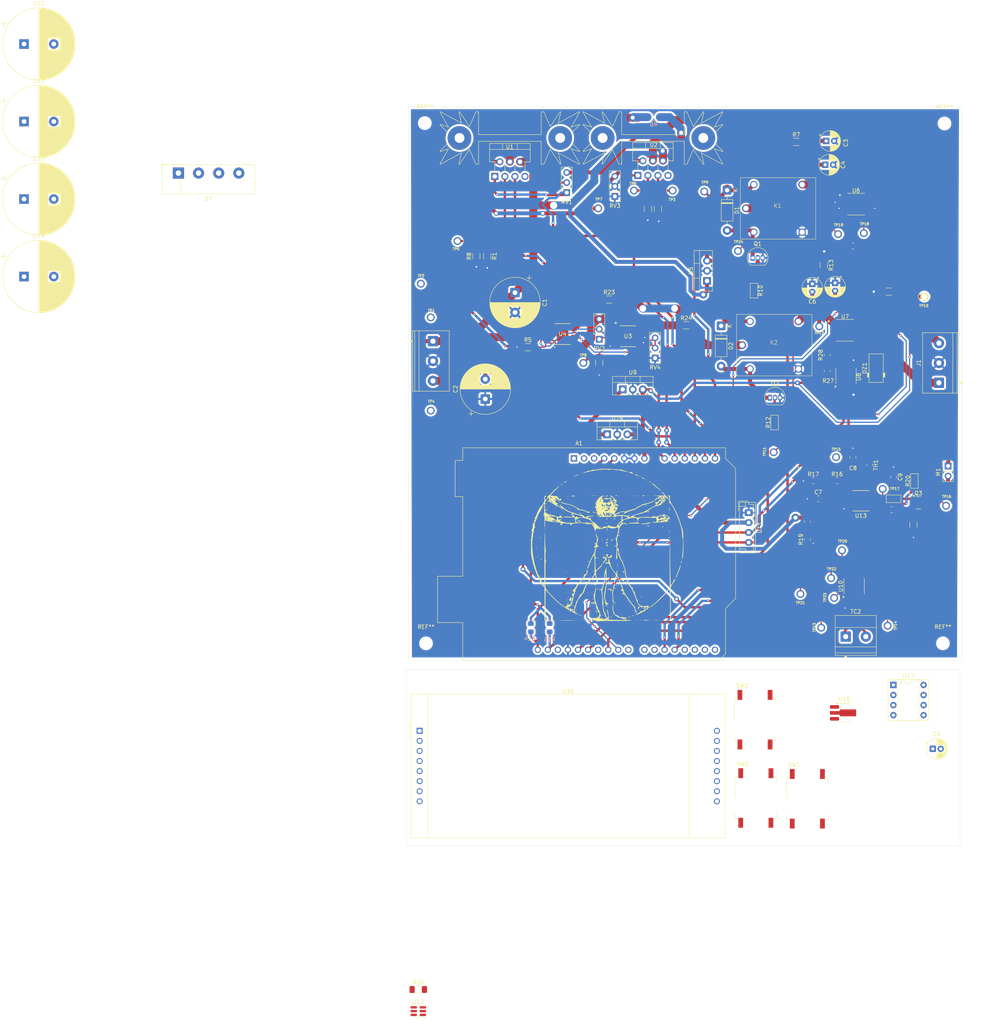
<source format=kicad_pcb>
(kicad_pcb (version 20241229) (generator "pcbnew") (generator_version "9.0")
  (title_block (title "Davinci Demon Supply") (date "2025-07-07") (rev "A") (company "Quantum Designs"))
  (layers (0 "F.Cu" signal) (2 "B.Cu" signal) (13 "F.Paste" user) (15 "B.Paste" user) (5 "F.SilkS" user "F.Silkscreen") (7 "B.SilkS" user "B.Silkscreen") (1 "F.Mask" user) (3 "B.Mask" user) (25 "Edge.Cuts" user))
  (net 0 "")
  (net 2 "/CLK")
  (net 4 "/Control PCB/+5V ARD VS")
  (net 5 "Net-(A1-D8)")
  (net 6 "Net-(A1-D7)")
  (net 7 "GND")
  (net 8 "/Control PCB/+5V")
  (net 10 "/Control PCB/D4 I{slash}O")
  (net 11 "/Control PCB/3V3")
  (net 12 "/Data")
  (net 13 "/Control PCB/ARD SDA")
  (net 14 "/Control PCB/A0 port")
  (net 15 "/Chip Select")
  (net 16 "/Control PCB/A3 port")
  (net 17 "/Control PCB/INA Alert")
  (net 18 "/Control PCB/D5 I{slash}O")
  (net 22 "/LT3081_3091 REGULATOR PCB/Temp 1")
  (net 23 "/Control PCB/- Vsense")
  (net 24 "/LT3081_3091 REGULATOR PCB/Temp 2")
  (net 25 "Net-(A1-~{RESET})")
  (net 26 "/Control PCB/A1 port")
  (net 27 "/Control PCB/D3 PWM")
  (net 28 "/Control PCB/A2 port")
  (net 29 "/Control PCB/ARD SCL")
  (net 31 "Net-(Q3-E)")
  (net 32 "/LT3081_3091 REGULATOR PCB/V- PRE-REG")
  (net 33 "+12V")
  (net 34 "Net-(DZ1-A)")
  (net 35 "Net-(TC2-+)")
  (net 36 "Net-(TC2--)")
  (net 37 "/LT3081_3091 REGULATOR PCB/-V ADJ Out")
  (net 40 "/LT3081_3091 REGULATOR PCB/V+ ADJ Out")
  (net 41 "Net-(Q1-B)")
  (net 42 "Net-(Q2-B)")
  (net 43 "Net-(Q3-B)")
  (net 44 "/LT3081_3091 REGULATOR PCB/V Set")
  (net 45 "/LT3081_3091 REGULATOR PCB/I LIM{slash}ADJ")
  (net 46 "/LT3081_3091 REGULATOR PCB/V+ PRE-REG")
  (net 47 "/LT3081_3091 REGULATOR PCB/V- ADJ Out")
  (net 48 "Net-(D2-A)")
  (net 49 "Net-(U13-CF)")
  (net 50 "Net-(C8-Pad1)")
  (net 51 "Net-(U13-SENSE)")
  (net 52 "Net-(D1-A)")
  (net 53 "Net-(K1-NC)")
  (net 54 "Net-(U13-Vin)")
  (net 55 "Net-(U13-Vmin)")
  (net 56 "Net-(U13-FAULT)")
  (net 57 "Net-(U13-VOUT)")
  (net 58 "Net-(U2-OUT)")
  (net 59 "Net-(U3-ILIM)")
  (net 60 "Net-(U3-SET)")
  (net 61 "Net-(U1-OUT)")
  (net 68 "Net-(M1--)")
  (net 70 "Net-(R24-Pad1)")
  (net 71 "Net-(R23-Pad1)")
  (net 72 "Net-(R28--)")
  (net 73 "Net-(R27--)")
  (net 74 "Net-(A1-VIN)")
  (net 75 "/Thermocouple/Chip Select")
  (net 76 "Net-(DZ1-K)")
  (net 77 "Net-(U7-A0)")
  (net 78 "/AC Rectification Module/V+ Unreg")
  (net 79 "P,PE")
  (net 80 "/AC Rectification Module/V- Unreg")
  (net 81 "Net-(T1-SA)")
  (net 82 "Net-(T1-SB)")
  (net 83 "Net-(SW4-A)")
  (net 85 "Net-(R34-Pad2)")
  (net 86 "GND1")
  (net 87 "Net-(D3-A)")
  (net 109 "Net-(C15--)")
  (net 110 "Net-(U17A--)")
  (footprint "PCM_Diode_SMD_AKL:D_SMA" (layer "F.Cu") (at 130.55 78.5 90)
    (property "Reference" "DZ1")
    (property "Value" "SMAZ5V1" (hide yes))
  )
  (footprint "Test Point:KEYSTONE_4952" (layer "F.Cu") (at 60.45 38.2)
    (property "Reference" "TP7")
    (property "Value" "TestPoint")
  )
  (footprint "Resistor_SMD:R_0805_2012Metric_Pad1.20x1.40mm_HandSolder" (layer "F.Cu") (at 113.2 121.7 90)
    (property "Reference" "R19")
    (property "Value" "17.8K" (hide yes))
  )
  (footprint "Test Point:KEYSTONE_4952" (layer "F.Cu") (at 24.95 46.45 180)
    (property "Reference" "TP5")
    (property "Value" "TestPoint")
  )
  (footprint "Capacitor_THT:CP_Radial_D5.0mm_P2.00mm" (layer "F.Cu") (at 120.2 56.994888 -90)
    (property "Reference" "C5" (hide yes))
    (property "Value" "10uF")
  )
  (footprint "Connector_PinHeader_2.54mm:PinHeader_1x03_P2.54mm_Vertical" (layer "F.Cu") (at 64.64 35.18 180)
    (property "Reference" "RV3")
    (property "Value" "200K")
  )
  (footprint "Resistor_SMD:R_0805_2012Metric_Pad1.20x1.40mm_HandSolder" (layer "F.Cu") (at 118.2 75.2 90)
    (property "Reference" "R28")
    (property "Value" "10k")
  )
  (footprint "Connector_JST:JST_EH_B4B-EH-A_1x04_P2.50mm_Vertical" (layer "F.Cu") (at 98.4 114.95 -90)
    (property "Reference" "U11")
    (property "Value" "LCD 20x04")
  )
  (footprint "MountingHole:MountingHole_3.2mm_M3" (layer "F.Cu") (at 147.4 147.9)
    (property "Reference" "REF**")
    (property "Value" "MountingHole_3.2mm_M3")
  )
  (footprint "Test Point:KEYSTONE_4952" (layer "F.Cu") (at 116.7 143.95 90)
    (property "Reference" "TP13")
    (property "Value" "TestPoint" (hide yes))
  )
  (footprint "Test Point:KEYSTONE_4952" (layer "F.Cu") (at 142.7 60.45 180)
    (property "Reference" "TP10")
    (property "Value" "TestPoint")
  )
  (footprint "Capacitor_SMD:C_0805_2012Metric_Pad1.18x1.45mm_HandSolder" (layer "F.Cu") (at 134.95 105.95 -90)
    (property "Reference" "C9")
    (property "Value" "1uF")
  )
  (footprint "Test Point:KEYSTONE_4952" (layer "F.Cu") (at 15.7 57.2)
    (property "Reference" "TP2")
    (property "Value" "TestPoint")
  )
  (footprint "Capacitor_THT:CP_Radial_D12.5mm_P5.00mm" (layer "F.Cu") (at 39.45 59.45 -90)
    (property "Reference" "C1")
    (property "Value" "1000uF")
  )
  (footprint "Test Point:KEYSTONE_4952" (layer "F.Cu") (at 87.2 33.95)
    (property "Reference" "TP9")
    (property "Value" "TestPoint")
  )
  (footprint "Test Point:KEYSTONE_4952" (layer "F.Cu") (at 133.45 143.45 90)
    (property "Reference" "TP14")
    (property "Value" "TestPoint" (hide yes))
  )
  (footprint "Capacitor_SMD:C_0805_2012Metric_Pad1.18x1.45mm_HandSolder" (layer "F.Cu") (at 115.95 111.45)
    (property "Reference" "C7")
    (property "Value" "1uF")
  )
  (footprint "Test Point:KEYSTONE_4952" (layer "F.Cu") (at 148.2 113.2)
    (property "Reference" "TP16")
    (property "Value" "TestPoint" (hide yes))
  )
  (footprint "Test Point:KEYSTONE_4952" (layer "F.Cu") (at 121.95 124.45)
    (property "Reference" "TP20")
    (property "Value" "TestPoint" (hide yes))
  )
  (footprint "Capacitor_THT:CP_Radial_D12.5mm_P5.00mm" (layer "F.Cu") (at 31.95 86.273959 90)
    (property "Reference" "C2")
    (property "Value" "1000uF")
  )
  (footprint "Test Point:KEYSTONE_4952" (layer "F.Cu") (at 132.2 108.95)
    (property "Reference" "TP17")
    (property "Value" "TestPoint" (hide yes))
  )
  (footprint "FAN Driver (MC):SOIC8-N_MC_MCH" (layer "F.Cu") (at 126.7 111.95)
    (property "Reference" "U13")
    (property "Value" "TC647BEOATR" (hide yes))
  )
  (footprint "Test Point:KEYSTONE_4952" (layer "F.Cu") (at 104.7 99.7 90)
    (property "Reference" "TP11")
    (property "Value" "TestPoint")
  )
  (footprint "Test Point:KEYSTONE_4952" (layer "F.Cu") (at 18.2 89.2)
    (property "Reference" "TP4")
    (property "Value" "TestPoint")
  )
  (footprint "Resistor_SMD:R_1206_3216Metric_Pad1.30x1.75mm_HandSolder" (layer "F.Cu") (at 117.35 52.55 -90)
    (property "Reference" "R13")
    (property "Value" "10K")
  )
  (footprint "PCM_Resistor_SMD_AKL:R_0805_2012Metric_Pad1.15x1.40mm_HandSolder" (layer "F.Cu") (at 104.95 92.2 90)
    (property "Reference" "R12")
    (property "Value" "1K")
  )
  (footprint "Heatsink:Heatsink_Fischer_SK104-STC-STIC_35x13mm_2xDrill2.5mm" (layer "F.Cu") (at 38.15 20.45)
    (property "Reference" "HS1" (hide yes))
    (property "Value" "Heatsink" (hide yes))
  )
  (footprint "Capacitor_THT:CP_Radial_D5.0mm_P2.00mm" (layer "F.Cu") (at 114.45 57.244888 -90)
    (property "Reference" "C6")
    (property "Value" "10uF")
  )
  (footprint "Test Point:KEYSTONE_4952" (layer "F.Cu") (at 120.45 100.95 180)
    (property "Reference" "TP15")
    (property "Value" "TestPoint" (hide yes))
  )
  (footprint "Resistor_SMD:R_1206_3216Metric_Pad1.30x1.75mm_HandSolder" (layer "F.Cu") (at 29.7 50.25 90)
    (property "Reference" "R8")
    (property "Value" "10K")
  )
  (footprint "Test Point:KEYSTONE_4952" (layer "F.Cu") (at 116.2 67.95)
    (property "Reference" "TP12")
    (property "Value" "TestPoint" (hide yes))
  )
  (footprint "Package_SO:TSSOP-16_4.4x5mm_P0.65mm" (layer "F.Cu") (at 125.5 37.14)
    (property "Reference" "U6")
    (property "Value" "INA260")
  )
  (footprint "Package_TO_SOT_THT:TO-92_Inline" (layer "F.Cu") (at 99.4 50.69)
    (property "Reference" "Q1")
    (property "Value" "2N2222")
  )
  (footprint "Test Point:KEYSTONE_4952" (layer "F.Cu") (at 127.45 44.45)
    (property "Reference" "TP18")
    (property "Value" "TestPoint")
  )
  (footprint "PCM_Resistor_SMD_AKL:R_0805_2012Metric_Pad1.15x1.40mm_HandSolder" (layer "F.Cu") (at 99.75 58.955 -90)
    (property "Reference" "R10")
    (property "Value" "1K")
  )
  (footprint "Resistor_SMD:R_1206_3216Metric_Pad1.30x1.75mm_HandSolder" (layer "F.Cu") (at 63.2 61.2)
    (property "Reference" "R23")
    (property "Value" "10m")
  )
  (footprint "Connector_PinHeader_2.54mm:PinHeader_1x03_P2.54mm_Vertical" (layer "F.Cu") (at 52.5 34.23 180)
    (property "Reference" "RV1")
    (property "Value" "200K")
  )
  (footprint "Linear Tech:FE_16_ADI" (layer "F.Cu") (at 51.4371 69.895001)
    (property "Reference" "U4")
    (property "Value" "LT3091EFE-TRPBF" (hide yes))
  )
  (footprint "Package_TO_SOT_THT:TO-220-3_Vertical" (layer "F.Cu") (at 66.62 83.86)
    (property "Reference" "U9")
    (property "Value" "LM7805_TO220")
  )
  (footprint "Resistor_SMD:R_1206_3216Metric_Pad1.30x1.75mm_HandSolder" (layer "F.Cu") (at 72.97 38.31 90)
    (property "Reference" "R4" (hide yes))
    (property "Value" "10K")
  )
  (footprint "Package_TO_SOT_THT:TO-220-3_Vertical" (layer "F.Cu") (at 62.7 95.2)
    (property "Reference" "U14")
    (property "Value" "L7808CV")
  )
  (footprint "Test Point:KEYSTONE_4952" (layer "F.Cu") (at 119.95 136.45 90)
    (property "Reference" "TP23")
    (property "Value" "TestPoint" (hide yes))
  )
  (footprint "MountingHole:MountingHole_3.2mm_M3" (layer "F.Cu") (at 147.8 16.8)
    (property "Reference" "REF**")
    (property "Value" "MountingHole_3.2mm_M3")
  )
  (footprint "Resistor_SMD:R_0805_2012Metric_Pad1.20x1.40mm_HandSolder" (layer "F.Cu") (at 114.7125 106.8875)
    (property "Reference" "R17")
    (property "Value" "45.3K")
  )
  (footprint "Package_TO_SOT_SMD:SOT-89-3_Handsoldering" (layer "F.Cu") (at 122.5 165.4375)
    (property "Reference" "U18")
    (property "Value" "L7905")
  )
  (footprint "Resistor_SMD:R_0805_2012Metric_Pad1.20x1.40mm_HandSolder" (layer "F.Cu") (at 120.7125 106.8875)
    (property "Reference" "R16")
    (property "Value" "237K")
  )
  (footprint "PCM_Resistor_SMD_AKL:R_0805_2012Metric_Pad1.15x1.40mm_HandSolder" (layer "F.Cu") (at 140.2 106.95 90)
    (property "Reference" "R20")
    (property "Value" "10K")
  )
  (footprint "MountingHole:MountingHole_3.2mm_M3" (layer "F.Cu") (at 17 147.9)
    (property "Reference" "REF**")
    (property "Value" "MountingHole_3.2mm_M3")
  )
  (footprint "TerminalBlock_Phoenix:TerminalBlock_Phoenix_PT-1,5-3-5.0-H_1x03_P5.00mm_Horizontal" (layer "F.Cu") (at 146.39 82.19 90)
    (property "Reference" "J1")
    (property "Value" "Power Out")
  )
  (footprint "Test Point:KEYSTONE_4952" (layer "F.Cu") (at 79.2 33.7 180)
    (property "Reference" "TP3")
    (property "Value" "TestPoint")
  )
  (footprint "Capacitor_SMD:C_0805_2012Metric_Pad1.18x1.45mm_HandSolder" (layer "F.Cu") (at 134.45 114.2)
    (property "Reference" "C10" (hide yes))
    (property "Value" ".1uF" (hide yes))
  )
  (footprint "Package_TO_SOT_THT:TO-92_Inline" (layer "F.Cu") (at 103.76 85.94)
    (property "Reference" "Q2")
    (property "Value" "2N2222")
  )
  (footprint "Diode_THT:D_DO-41_SOD81_P10.16mm_Horizontal" (layer "F.Cu") (at 92.95 33.62 -90)
    (property "Reference" "D1")
    (property "Value" "1N4007")
  )
  (footprint "Package_TO_SOT_SMD:SC-74-6_1.55x2.9mm_P0.95mm" (layer "F.Cu") (at 15.05 240.65)
    (property "Reference" "U12")
    (property "Value" "BCR430UW6")
  )
  (footprint "Resistor_SMD:R_0805_2012Metric_Pad1.20x1.40mm_HandSolder" (layer "F.Cu") (at 118.2 79.2 -90)
    (property "Reference" "R27")
    (property "Value" "10k")
  )
  (footprint "Linear Tech:FE_16_ADI" (layer "F.Cu") (at 67.95 70.45)
    (property "Reference" "U3")
    (property "Value" "LT3091EFE-TRPBF" (hide yes))
  )
  (footprint "Resistor_SMD:R_1206_3216Metric_Pad1.30x1.75mm_HandSolder" (layer "F.Cu") (at 139.95 117.95 -90)
    (property "Reference" "R22" (hide yes))
    (property "Value" "3")
  )
  (footprint "MountingHole:MountingHole_3.2mm_M3" (layer "F.Cu") (at 16.7 16.7)
    (property "Reference" "REF**")
    (property "Value" "MountingHole_3.2mm_M3")
  )
  (footprint "Button_Switch_SMD:SW_MEC_5GSH9" (layer "F.Cu") (at 100.2 186.9)
    (property "Reference" "SW2")
    (property "Value" "SW_MEC_5G")
  )
  (footprint "Button_Switch_SMD:SW_MEC_5GSH9" (layer "F.Cu") (at 99.99 167.15)
    (property "Reference" "SW3")
    (property "Value" "SW_MEC_5G")
  )
  (footprint "PCM_Resistor_SMD_AKL:R_0805_2012Metric_Pad1.15x1.40mm_HandSolder" (layer "F.Cu") (at 134.95 111.45)
    (property "Reference" "R21" (hide yes))
    (property "Value" "800" (hide yes))
  )
  (footprint "Connector_PinHeader_2.54mm:PinHeader_1x03_P2.54mm_Vertical" (layer "F.Cu") (at 60.7 71.2 180)
    (property "Reference" "RV2")
    (property "Value" "50K")
  )
  (footprint "Resistor_SMD:R_1206_3216Metric_Pad1.30x1.75mm_HandSolder" (layer "F.Cu") (at 75.51 38.31 -90)
    (property "Reference" "R2" (hide yes))
    (property "Value" "4.99K")
  )
  (footprint "Test Point:KEYSTONE_4952" (layer "F.Cu") (at 111.45 135.45)
    (property "Reference" "TP21")
    (property "Value" "TestPoint" (hide yes))
  )
  (footprint "TerminalBlock_Phoenix:TerminalBlock_Phoenix_PT-1,5-3-5.0-H_1x03_P5.00mm_Horizontal" (layer "F.Cu") (at 18.75 71.7 -90)
    (property "Reference" "J2" (hide yes))
    (property "Value" "Power In")
  )
  (footprint "Package_TO_SOT_THT:TO-220-3_Vertical" (layer "F.Cu") (at 87.9 56.49 90)
    (property "Reference" "U5")
    (property "Value" "LM7812_TO220")
  )
  (footprint "Diode_THT:Diode_Bridge_Vishay_KBU" (layer "F.Cu") (at -45.46 29.3)
    (property "Reference" "D7")
    (property "Value" "KBU8J")
  )
  (footprint "Resistor_SMD:R_1206_3216Metric_Pad1.30x1.75mm_HandSolder" (layer "F.Cu") (at 133.75 59.2 180)
    (property "Reference" "R11" (hide yes))
    (property "Value" "10K")
  )
  (footprint "Amazon JQC-3F(T73) Relay:JQC-3F(T73)" (layer "F.Cu") (at 105.8 38.2)
    (property "Reference" "K1")
    (property "Value" "Relay_SPDT")
  )
  (footprint "Test Point:KEYSTONE_4952" (layer "F.Cu") (at 18.2 65.7)
    (property "Reference" "TP1")
    (property "Value" "TestPoint")
  )
  (footprint "Package_SO:SOIC-8_3.9x4.9mm_P1.27mm" (layer "F.Cu") (at 122.95 80.45 90)
    (property "Reference" "U8")
    (property "Value" "ISO1541" (hide yes))
  )
  (footprint "Resistor_SMD:R_0805_2012Metric_Pad1.20x1.40mm_HandSolder" (layer "F.Cu") (at 113.2 117.2 90)
    (property "Reference" "R18" (hide yes))
    (property "Value" "32.4K" (hide yes))
  )
  (footprint "Resistor_SMD:R_0805_2012Metric_Pad1.20x1.40mm_HandSolder" (layer "F.Cu") (at 128.95 102.95 90)
    (property "Reference" "TH1")
    (property "Value" "Thermistor" (hide yes))
  )
  (footprint "Capacitor_THT:CP_Radial_D5.0mm_P2.00mm" (layer "F.Cu") (at 144.844888 174.5)
    (property "Reference" "C5")
    (property "Value" "10uF")
  )
  (footprint "Package_SO:TSSOP-16_4.4x5mm_P0.65mm" (layer "F.Cu") (at 122.7 68.95)
    (property "Reference" "U7")
    (property "Value" "INA260")
  )
  (footprint "Package_TO_SOT_THT:TO-220-7_P2.54x3.7mm_StaggerOdd_Lead3.8mm_Vertical" (layer "F.Cu") (at 70.43 29.9)
    (property "Reference" "U2")
    (property "Value" "LT3081xT7")
  )
  (footprint "Module:Arduino_UNO_R3" (layer "F.Cu") (at 54.325 101.26)
    (property "Reference" "A1")
    (property "Value" "Arduino_Leonardo")
  )
  (footprint "Connector_PinHeader_2.54mm:PinHeader_1x02_P2.54mm_Vertical" (layer "F.Cu") (at 148.7 103.175)
    (property "Reference" "M1")
    (property "Value" "Fan" (hide yes))
  )
  (footprint "Button_Switch_SMD:SW_MEC_5GSH9" (layer "F.Cu") (at 113.2 187.1)
    (property "Reference" "SW1")
    (property "Value" "SW_MEC_5G")
  )
  (footprint "Resistor_SMD:R_1206_3216Metric_Pad1.30x1.75mm_HandSolder" (layer "F.Cu") (at 42.7 73.2)
    (property "Reference" "R5")
    (property "Value" "1K")
  )
  (footprint "Capacitor_THT:CP_Radial_D5.0mm_P2.00mm" (layer "F.Cu") (at 117.95 21.2)
    (property "Reference" "C3")
    (property "Value" "10uF")
  )
  (footprint "Resistor_SMD:R_1206_3216Metric_Pad1.30x1.75mm_HandSolder" (layer "F.Cu") (at 110.4 21.45)
    (property "Reference" "R7")
    (property "Value" "10m")
  )
  (footprint "Package_TO_SOT_THT:TO-220-7_P2.54x3.7mm_StaggerOdd_Lead3.8mm_Vertical" (layer "F.Cu") (at 34.35 30.15)
    (property "Reference" "U1")
    (property "Value" "LT3081xT7")
  )
  (footprint "Resistor_SMD:R_1206_3216Metric_Pad1.30x1.75mm_HandSolder" (layer "F.Cu") (at 60.7 77.15 90)
    (property "Reference" "R3" (hide yes))
    (property "Value" "1K")
  )
  (footprint "Capacitor_SMD:C_0805_2012Metric_Pad1.18x1.45mm_HandSolder" (layer "F.Cu") (at 124.7 100.9875 90)
    (property "Reference" "C8")
    (property "Value" ".01uF" (hide yes))
  )
  (footprint "PCM_Capacitor_THT_AKL:CP_Radial_D18.0mm_P7.50mm" (layer "F.Cu") (at -84.4 35.85)
    (property "Reference" "C13")
    (property "Value" "2200 uF" (hide yes))
  )
  (footprint "PCM_Capacitor_THT_AKL:CP_Radial_D18.0mm_P7.50mm" (layer "F.Cu") (at -84.4 -3.25)
    (property "Reference" "C11")
    (property "Value" "2200 uF" (hide yes))
  )
  (footprint "Heatsink:Heatsink_Fischer_SK104-STC-STIC_35x13mm_2xDrill2.5mm" (layer "F.Cu") (at 74.25 20.45)
    (property "Reference" "HS2" (hide yes))
    (property "Value" "Heatsink" (hide yes))
  )
  (footprint "Resistor_SMD:R_0805_2012Metric_Pad1.20x1.40mm_HandSolder" (layer "F.Cu") (at 124.7 47.7 180)
    (property "Reference" "R9" (hide yes))
    (property "Value" "2K2")
  )
  (footprint "TerminalBlock_Phoenix:TerminalBlock_Phoenix_MKDS-1,5-2-5.08_1x02_P5.08mm_Horizontal" (layer "F.Cu") (at 122.87 146.2)
    (property "Reference" "TC2")
    (property "Value" "Thermocouple_Block")
  )
  (footprint "LOGO" (layer "F.Cu") (at 62.68 123.23)
    (property "Reference" "G***" (hide yes))
    (property "Value" "LOGO" (hide yes))
  )
  (footprint "Capacitor_THT:CP_Radial_D5.0mm_P2.00mm" (layer "F.Cu") (at 117.7 27.2)
    (property "Reference" "C4")
    (property "Value" "10uF")
  )
  (footprint "PCM_Package_DIP_AKL:DIP-8_W7.62mm_Socket" (layer "F.Cu") (at 134.9 158.4)
    (property "Reference" "U17")
    (property "Value" "LM358" (hide yes))
  )
  (footprint "Diode_THT:D_DO-41_SOD81_P10.16mm_Horizontal" (layer "F.Cu") (at 91.45 67.83 -90)
    (property "Reference" "D2")
    (property "Value" "1N4007")
  )
  (footprint "Test Point:KEYSTONE_4952" (layer "F.Cu") (at 120.95 44.7)
    (property "Reference" "TP19")
    (property "Value" "TestPoint")
  )
  (footprint "Amazon JQC-3F(T73) Relay:JQC-3F(T73)" (layer "F.Cu") (at 104.85 72.7)
    (property "Reference" "K2")
    (property "Value" "Relay_SPDT")
  )
  (footprint "PCM_Capacitor_THT_AKL:CP_Radial_D18.0mm_P7.50mm" (layer "F.Cu") (at -84.4 55.4)
    (property "Reference" "C14")
    (property "Value" "2200 uF" (hide yes))
  )
  (footprint "Package_SO:SOIC-8_3.9x4.9mm_P1.27mm" (layer "F.Cu") (at 125 133.5 90)
    (property "Reference" "U10")
    (property "Value" "MAX31855KASA" (hide yes))
  )
  (footprint "Display:NHD-0420H1Z" (layer "F.Cu") (at 15.385 169.965)
    (property "Reference" "U16")
    (property "Value" "NHD-0420H1Z")
  )
  (footprint "PCM_Capacitor_THT_AKL:CP_Radial_D18.0mm_P7.50mm" (layer "F.Cu") (at -84.4 16.3)
    (property "Reference" "C12")
    (property "Value" "2200 uF" (hide yes))
  )
  (footprint "Resistor_SMD:R_1206_3216Metric_Pad1.30x1.75mm_HandSolder" (layer "F.Cu") (at 15.05 235.2)
    (property "Reference" "R35")
    (property "Value" "10K")
  )
  (footprint "Package_TO_SOT_SMD:SOT-23" (layer "F.Cu") (at 141.2 112.45)
    (property "Reference" "Q3")
    (property "Value" "MMBT2222A" (hide yes))
  )
  (footprint "Test Point:KEYSTONE_4952" (layer "F.Cu") (at 56.7 77.2)
    (property "Reference" "TP8")
    (property "Value" "TestPoint")
  )
  (footprint "Test Point:KEYSTONE_4952" (layer "F.Cu") (at 95.7 48.95)
    (property "Reference" "TP24")
    (property "Value" "TestPoint")
  )
  (footprint "Connector_PinHeader_2.54mm:PinHeader_1x03_P2.54mm_Vertical" (layer "F.Cu") (at 74.795 75.95 180)
    (property "Reference" "RV4")
    (property "Value" "500K")
  )
  (footprint "Resistor_SMD:R_1206_3216Metric_Pad1.30x1.75mm_HandSolder" (layer "F.Cu") (at 82.65 67.7)
    (property "Reference" "R24")
    (property "Value" "10m")
  )
  (footprint "Resistor_SMD:R_1206_3216Metric_Pad1.30x1.75mm_HandSolder" (layer "F.Cu") (at 32.45 50.25 -90)
    (property "Reference" "R1")
    (property "Value" "4.99K")
  )
  (footprint "Test Point:KEYSTONE_4952" (layer "F.Cu") (at 69.45 33.7 180)
    (property "Reference" "TP6")
    (property "Value" "TestPoint")
  )
  (footprint "Test Point:KEYSTONE_4952" (layer "F.Cu") (at 119.2 131.45)
    (property "Reference" "TP22")
    (property "Value" "TestPoint" (hide yes))
  )
  (footprint "Resistor_SMD:R_1206_3216Metric_Pad1.30x1.75mm_HandSolder" (layer "B.Cu") (at 74.45 15.2)
    (property "Reference" "R6")
    (property "Value" "10m")
  )
  (footprint "PCM_Resistor_SMD_AKL:R_0805_2012Metric_Pad1.15x1.40mm_HandSolder" (layer "B.Cu") (at 43.45 143.95 90)
    (property "Reference" "R14")
    (property "Value" "10K")
  )
  (footprint "PCM_Resistor_SMD_AKL:R_0805_2012Metric_Pad1.15x1.40mm_HandSolder" (layer "B.Cu") (at 48.2 143.95 90)
    (property "Reference" "R15")
    (property "Value" "10K")
  )
  (gr_rect (start 12 154.475) (end 151.7 198.925) (stroke (width 0.05)) (fill no) (layer "Edge.Cuts"))
  (gr_line (start 12.5 139.6) (end 12.5 12.6) (stroke (width 0.05)) (layer "Edge.Cuts"))
  (gr_line (start 139.5 12.6) (end 152.2 12.6) (stroke (width 0.05)) (layer "Edge.Cuts"))
  (gr_line (start 139.5 152.3) (end 12.5 152.3) (stroke (width 0.05)) (layer "Edge.Cuts"))
  (gr_line (start 152.2 139.6) (end 152.2 152.3) (stroke (width 0.05)) (layer "Edge.Cuts"))
  (gr_line (start 12.5 139.6) (end 12.5 152.3) (stroke (width 0.05)) (layer "Edge.Cuts"))
  (gr_line (start 12.5 12.6) (end 139.5 12.6) (stroke (width 0.05)) (layer "Edge.Cuts"))
  (gr_line (start 152.2 139.6) (end 152.2 12.6) (stroke (width 0.05)) (layer "Edge.Cuts"))
  (gr_line (start 152.2 152.3) (end 139.5 152.3) (stroke (width 0.05)) (layer "Edge.Cuts"))
  (segment (start 125.95 134.2) (end 126.95 133.2) (width 0.3) (layer "F.Cu") (net 2))
  (segment (start 125.164999 128.31) (end 108.27 128.31) (width 0.6) (layer "F.Cu") (net 2))
  (segment (start 126.905 130.050001) (end 125.164999 128.31) (width 0.6) (layer "F.Cu") (net 2))
  (segment (start 126.905 131.025) (end 126.91 131.03) (width 0.6) (layer "F.Cu") (net 2))
  (segment (start 108.27 128.31) (end 95.29 141.29) (width 0.6) (layer "F.Cu") (net 2))
  (segment (start 122.2 134.2) (end 125.95 134.2) (width 0.3) (layer "F.Cu") (net 2))
  (segment (start 126.905 131.025) (end 126.905 130.050001) (width 0.6) (layer "F.Cu") (net 2))
  (segment (start 126.905 133.155) (end 126.905 131.025) (width 0.3) (layer "F.Cu") (net 2))
  (segment (start 126.95 133.2) (end 126.905 133.155) (width 0.3) (layer "F.Cu") (net 2))
  (segment (start 64.8 141.28) (end 63.585 141.28) (width 0.6) (layer "F.Cu") (net 2))
  (segment (start 95.29 141.29) (end 64.81 141.29) (width 0.6) (layer "F.Cu") (net 2))
  (segment (start 63.585 141.28) (end 55.345 149.52) (width 0.6) (layer "F.Cu") (net 2))
  (segment (start 119.95 136.45) (end 122.2 134.2) (width 0.3) (layer "F.Cu") (net 2))
  (segment (start 64.81 141.29) (end 64.8 141.28) (width 0.6) (layer "F.Cu") (net 2))
  (segment (start 43.45 136.36) (end 43.45 122.295) (width 0.6) (layer "F.Cu") (net 4))
  (segment (start 43.45 136.95) (end 43.45 136.36) (width 0.6) (layer "F.Cu") (net 4))
  (segment (start 44.57 138.07) (end 45.15 138.07) (width 0.6) (layer "F.Cu") (net 4))
  (segment (start 43.45 122.295) (end 64.485 101.26) (width 0.6) (layer "F.Cu") (net 4))
  (segment (start 43.45 136.95) (end 44.57 138.07) (width 0.6) (layer "F.Cu") (net 4))
  (via (at 45.15 138.07) (size 0.7) (drill 0.4) (layers "F.Cu" "B.Cu") (net 4))
  (segment (start 48.2 142.925) (end 48.2 141.16) (width 0.6) (layer "B.Cu") (net 4))
  (segment (start 43.45 142.925) (end 43.45 141.45) (width 0.6) (layer "B.Cu") (net 4))
  (segment (start 43.45 141.45) (end 45.97 138.93) (width 0.6) (layer "B.Cu") (net 4))
  (segment (start 48.2 141.16) (end 46.8 139.76) (width 0.6) (layer "B.Cu") (net 4))
  (segment (start 46.8 139.76) (end 45.97 138.93) (width 0.6) (layer "B.Cu") (net 4))
  (segment (start 45.15 138.11) (end 45.15 138.07) (width 0.6) (layer "B.Cu") (net 4))
  (segment (start 45.97 138.93) (end 45.15 138.11) (width 0.6) (layer "B.Cu") (net 4))
  (segment (start 123.095 138.645) (end 122.73 139.01) (width 0.6) (layer "F.Cu") (net 7))
  (segment (start 60.7 78.7) (end 60.7 80.2) (width 0.3) (layer "F.Cu") (net 7))
  (segment (start 49.431699 71.519999) (end 49.5783 71.6666) (width 0.3) (layer "F.Cu") (net 7))
  (segment (start 48.5542 71.519999) (end 49.431699 71.519999) (width 0.3) (layer "F.Cu") (net 7))
  (segment (start 130.115 38.115) (end 130.2 38.2) (width 0.3) (layer "F.Cu") (net 7))
  (segment (start 124.3503 113.8875) (end 122.5125 113.8875) (width 0.6) (layer "F.Cu") (net 7))
  (segment (start 122.6375 36.815) (end 120.315 36.815) (width 0.3) (layer "F.Cu") (net 7))
  (segment (start 72.199998 70.775001) (end 72.2 70.774999) (width 0.3) (layer "F.Cu") (net 7))
  (segment (start 122.5125 113.8875) (end 122.45 113.95) (width 0.6) (layer "F.Cu") (net 7))
  (segment (start 112.2625 106.8875) (end 112.2 106.95) (width 0.6) (layer "F.Cu") (net 7))
  (segment (start 113.7125 106.8875) (end 112.2625 106.8875) (width 0.6) (layer "F.Cu") (net 7))
  (segment (start 124.7 99.95) (end 124.7 98.7) (width 0.6) (layer "F.Cu") (net 7))
  (segment (start 41.15 73.2) (end 39.95 73.2) (width 0.6) (layer "F.Cu") (net 7))
  (segment (start 70.8329 70.775001) (end 72.199998 70.775001) (width 0.3) (layer "F.Cu") (net 7))
  (segment (start 124.855 82.925) (end 124.855 85.195) (width 0.6) (layer "F.Cu") (net 7))
  (segment (start 114.9125 111.45) (end 113.2 111.45) (width 0.6) (layer "F.Cu") (net 7))
  (segment (start 49.5783 71.6666) (end 49.5783 73.0717) (width 0.3) (layer "F.Cu") (net 7))
  (segment (start 121.285 38.115) (end 121.2 38.2) (width 0.3) (layer "F.Cu") (net 7))
  (segment (start 29.7 51.8) (end 29.7 52.95) (width 0.6) (layer "F.Cu") (net 7))
  (segment (start 72.97 41.18) (end 72.95 41.2) (width 0.6) (layer "F.Cu") (net 7))
  (segment (start 55.929998 70.220002) (end 55.95 70.2) (width 0.3) (layer "F.Cu") (net 7))
  (segment (start 117.35 49.15) (end 117.45 49.05) (width 0.6) (layer "F.Cu") (net 7))
  (segment (start 72.97 39.86) (end 72.97 41.18) (width 0.6) (layer "F.Cu") (net 7))
  (segment (start 54.32 70.220002) (end 55.929998 70.220002) (width 0.3) (layer "F.Cu") (net 7))
  (segment (start 117.35 51) (end 117.35 49.15) (width 0.6) (layer "F.Cu") (net 7))
  (segment (start 120.315 36.815) (end 120.2 36.7) (width 0.3) (layer "F.Cu") (net 7))
  (segment (start 32.45 51.8) (end 32.45 53.2) (width 0.6) (layer "F.Cu") (net 7))
  (segment (start 128.3625 38.115) (end 130.115 38.115) (width 0.3) (layer "F.Cu") (net 7))
  (segment (start 113.2 122.7) (end 114.7 122.7) (width 0.6) (layer "F.Cu") (net 7))
  (segment (start 139.95 119.5) (end 139.95 121.2) (width 0.6) (layer "F.Cu") (net 7))
  (segment (start 123.095 135.975) (end 123.095 138.645) (width 0.6) (layer "F.Cu") (net 7))
  (segment (start 64.36324 72.074998) (end 63.494119 72.944119) (width 0.3) (layer "F.Cu") (net 7))
  (segment (start 75.51 39.86) (end 75.51 41.26) (width 0.6) (layer "F.Cu") (net 7))
  (segment (start 124.855 85.195) (end 124.85 85.2) (width 0.6) (layer "F.Cu") (net 7))
  (segment (start 49.5783 73.0717) (end 49.45 73.2) (width 0.3) (layer "F.Cu") (net 7))
  (segment (start 75.51 41.26) (end 75.7 41.45) (width 0.6) (layer "F.Cu") (net 7))
  (segment (start 132.2 59.2) (end 129.95 59.2) (width 2) (layer "F.Cu") (net 7))
  (segment (start 122.6375 38.115) (end 121.285 38.115) (width 0.3) (layer "F.Cu") (net 7))
  (segment (start 134.95 104.9125) (end 134.95 103.45) (width 0.6) (layer "F.Cu") (net 7))
  (segment (start 65.0671 72.074998) (end 64.36324 72.074998) (width 0.3) (layer "F.Cu") (net 7))
  (via (at 112.2 106.95) (size 0.6) (drill 0.3) (layers "F.Cu" "B.Cu") (net 7))
  (via (at 75.7 41.45) (size 0.7) (drill 0.4) (layers "F.Cu" "B.Cu") (net 7))
  (via (at 113.2 111.45) (size 0.6) (drill 0.3) (layers "F.Cu" "B.Cu") (net 7))
  (via (at 129.95 59.2) (size 2) (drill 0.6) (layers "F.Cu" "B.Cu") (net 7))
  (via (at 139.95 121.2) (size 0.6) (drill 0.3) (layers "F.Cu" "B.Cu") (net 7))
  (via (at 63.494119 72.944119) (size 0.6) (drill 0.3) (layers "F.Cu" "B.Cu") (net 7))
  (via (at 122.45 113.95) (size 0.6) (drill 0.3) (layers "F.Cu" "B.Cu") (net 7))
  (via (at 32.45 53.2) (size 0.7) (drill 0.4) (layers "F.Cu" "B.Cu") (net 7))
  (via (at 72.2 70.774999) (size 0.6) (drill 0.3) (layers "F.Cu" "B.Cu") (net 7))
  (via (at 29.7 52.95) (size 0.7) (drill 0.4) (layers "F.Cu" "B.Cu") (net 7))
  (via (at 130.2 38.2) (size 0.6) (drill 0.3) (layers "F.Cu" "B.Cu") (net 7))
  (via (at 60.7 80.2) (size 0.6) (drill 0.3) (layers "F.Cu" "B.Cu") (net 7))
  (via (at 117.45 49.05) (size 1.2) (drill 0.6) (layers "F.Cu" "B.Cu") (net 7))
  (via (at 49.45 73.2) (size 0.6) (drill 0.3) (layers "F.Cu" "B.Cu") (net 7))
  (via (at 72.95 41.2) (size 0.7) (drill 0.4) (layers "F.Cu" "B.Cu") (net 7))
  (via (at 39.95 73.2) (size 0.6) (drill 0.3) (layers "F.Cu" "B.Cu") (net 7))
  (via (at 134.95 103.45) (size 0.6) (drill 0.3) (layers "F.Cu" "B.Cu") (net 7))
  (via (at 124.85 85.2) (size 1.2) (drill 0.6) (layers "F.Cu" "B.Cu") (net 7))
  (via (at 122.73 139.01) (size 0.6) (drill 0.3) (layers "F.Cu" "B.Cu") (net 7))
  (via (at 121.2 38.2) (size 0.6) (drill 0.3) (layers "F.Cu" "B.Cu") (net 7))
  (via (at 55.95 70.2) (size 0.6) (drill 0.3) (layers "F.Cu" "B.Cu") (net 7))
  (via (at 124.7 98.7) (size 0.6) (drill 0.3) (layers "F.Cu" "B.Cu") (net 7))
  (via (at 114.7 122.7) (size 0.6) (drill 0.3) (layers "F.Cu" "B.Cu") (net 7))
  (via (at 120.2 36.7) (size 0.6) (drill 0.3) (layers "F.Cu" "B.Cu") (net 7))
  (segment (start 124.7 98.7) (end 124.7 97.95) (width 0.6) (layer "B.Cu") (net 7))
  (segment (start 114.7 122.7) (end 115.2 122.7) (width 0.6) (layer "B.Cu") (net 7))
  (segment (start 134.95 103.45) (end 134.95 102.95) (width 0.6) (layer "B.Cu") (net 7))
  (segment (start 72.95 41.2) (end 72.95 41.95) (width 0.6) (layer "B.Cu") (net 7))
  (segment (start 32.45 53.2) (end 32.45 53.95) (width 0.6) (layer "B.Cu") (net 7))
  (segment (start 121.67 139.01) (end 121.61 139.07) (width 0.6) (layer "B.Cu") (net 7))
  (segment (start 29.7 52.95) (end 29.7 53.7) (width 0.6) (layer "B.Cu") (net 7))
  (segment (start 117.45 49.05) (end 117.65 48.85) (width 0.6) (layer "B.Cu") (net 7))
  (segment (start 139.95 121.2) (end 139.95 121.7) (width 0.6) (layer "B.Cu") (net 7))
  (segment (start 112.2 106.95) (end 111.7 106.95) (width 0.6) (layer "B.Cu") (net 7))
  (segment (start 122.73 139.01) (end 121.67 139.01) (width 0.6) (layer "B.Cu") (net 7))
  (segment (start 129.95 59.2) (end 128.45 59.2) (width 2) (layer "B.Cu") (net 7))
  (segment (start 115.2 102.75) (end 119.75 102.75) (width 0.6) (layer "F.Cu") (net 8))
  (segment (start 115.7 78.2) (end 116.1 78.2) (width 0.6) (layer "F.Cu") (net 8))
  (segment (start 129.0747 110.0775) (end 128.5775 110.0775) (width 0.6) (layer "F.Cu") (net 8))
  (segment (start 110.7 82.2) (end 111.7 82.2) (width 0.6) (layer "F.Cu") (net 8))
  (segment (start 71.7 94.7) (end 73.95 96.95) (width 1) (layer "F.Cu") (net 8))
  (segment (start 131.45 41.124418) (end 131.45 44.45) (width 0.3) (layer "F.Cu") (net 8))
  (segment (start 118.7 83.25) (end 120.72 83.25) (width 0.6) (layer "F.Cu") (net 8))
  (segment (start 129.090582 38.765) (end 131.45 41.124418) (width 0.3) (layer "F.Cu") (net 8))
  (segment (start 71.7 83.86) (end 73.36 83.86) (width 0.6) (layer "F.Cu") (net 8))
  (segment (start 121.045 76.545) (end 121.045 77.975) (width 0.6) (layer "F.Cu") (net 8))
  (segment (start 131.45 44.45) (end 128.2 47.7) (width 0.3) (layer "F.Cu") (net 8))
  (segment (start 120.7 76.2) (end 121.045 76.545) (width 0.6) (layer "F.Cu") (net 8))
  (segment (start 113.2 116.2) (end 110.2 116.2) (width 1) (layer "F.Cu") (net 8))
  (segment (start 129.0747 110.0775) (end 129.0747 107.0122) (width 0.6) (layer "F.Cu") (net 8))
  (segment (start 125.7 57.05) (end 139 70.35) (width 0.3) (layer "F.Cu") (net 8))
  (segment (start 139 70.35) (end 139 75.65) (width 0.3) (layer "F.Cu") (net 8))
  (segment (start 89.45 117.45) (end 98.4 117.45) (width 1) (layer "F.Cu") (net 8))
  (segment (start 71.7 83.86) (end 71.7 84.02) (width 2) (layer "F.Cu") (net 8))
  (segment (start 128.95 106.8875) (end 134.85 106.8875) (width 0.6) (layer "F.Cu") (net 8))
  (segment (start 115.35 78.55) (end 115.7 78.2) (width 0.6) (layer "F.Cu") (net 8))
  (segment (start 71.7 83.86) (end 71.7 94.7) (width 1) (layer "F.Cu") (net 8))
  (segment (start 73.36 83.86) (end 73.7 84.2) (width 0.6) (layer "F.Cu") (net 8))
  (segment (start 111.399 106.551) (end 115.2 102.75) (width 0.6) (layer "F.Cu") (net 8))
  (segment (start 120.72 83.25) (end 121.045 82.925) (width 0.6) (layer "F.Cu") (net 8))
  (segment (start 128.95 103.95) (end 128.95 106.8875) (width 0.6) (layer "F.Cu") (net 8))
  (segment (start 111.399 114.399) (end 111.399 106.551) (width 0.6) (layer "F.Cu") (net 8))
  (segment (start 119.75 102.75) (end 121.7125 104.7125) (width 0.6) (layer "F.Cu") (net 8))
  (segment (start 113.2 116.2) (end 111.399 114.399) (width 0.6) (layer "F.Cu") (net 8))
  (segment (start 118.2 76.2) (end 120.7 76.2) (width 0.6) (layer "F.Cu") (net 8))
  (segment (start 111.7 82.2) (end 115.35 78.55) (width 0.6) (layer "F.Cu") (net 8))
  (segment (start 125.7 47.7) (end 125.7 57.05) (width 0.3) (layer "F.Cu") (net 8))
  (segment (start 137.475 105.925) (end 140.2 105.925) (width 0.6) (layer "F.Cu") (net 8))
  (segment (start 115.35 78.55) (end 115.35 80) (width 0.6) (layer "F.Cu") (net 8))
  (segment (start 115.35 80) (end 118.65 83.3) (width 0.6) (layer "F.Cu") (net 8))
  (segment (start 128.2 47.7) (end 125.7 47.7) (width 0.3) (layer "F.Cu") (net 8))
  (segment (start 73.95 101.95) (end 89.45 117.45) (width 1) (layer "F.Cu") (net 8))
  (segment (start 118.2 76.2) (end 118.2 78.2) (width 0.6) (layer "F.Cu") (net 8))
  (segment (start 134.95 106.9875) (end 136.4125 106.9875) (width 0.6) (layer "F.Cu") (net 8))
  (segment (start 118.65 83.3) (end 118.7 83.25) (width 0.6) (layer "F.Cu") (net 8))
  (segment (start 121.7125 104.7125) (end 121.7125 106.8875) (width 0.6) (layer "F.Cu") (net 8))
  (segment (start 129.0747 107.0122) (end 128.95 106.8875) (width 0.6) (layer "F.Cu") (net 8))
  (segment (start 134.85 106.8875) (end 134.95 106.9875) (width 0.6) (layer "F.Cu") (net 8))
  (segment (start 73.95 96.95) (end 73.95 101.95) (width 1) (layer "F.Cu") (net 8))
  (segment (start 116.1 78.2) (end 118.2 78.2) (width 0.6) (layer "F.Cu") (net 8))
  (segment (start 128.3625 38.765) (end 129.090582 38.765) (width 0.3) (layer "F.Cu") (net 8))
  (segment (start 121.7125 106.8875) (end 128.95 106.8875) (width 0.6) (layer "F.Cu") (net 8))
  (segment (start 136.4125 106.9875) (end 137.475 105.925) (width 0.6) (layer "F.Cu") (net 8))
  (via (at 73.7 84.2) (size 1.2) (drill 0.6) (layers "F.Cu" "B.Cu") (net 8))
  (via (at 110.2 116.2) (size 2) (drill 1) (layers "F.Cu" "B.Cu") (net 8))
  (via (at 139 75.65) (size 0.6) (drill 0.3) (layers "F.Cu" "B.Cu") (net 8))
  (via (at 110.7 82.2) (size 1.2) (drill 0.6) (layers "F.Cu" "B.Cu") (net 8))
  (segment (start 78.7 86.2) (end 80.7 86.2) (width 0.6) (layer "B.Cu") (net 8))
  (segment (start 92.75 124.05) (end 91.7 123) (width 1) (layer "B.Cu") (net 8))
  (segment (start 75.7 86.2) (end 78.7 86.2) (width 0.6) (layer "B.Cu") (net 8))
  (segment (start 84.7 82.2) (end 110.7 82.2) (width 0.6) (layer "B.Cu") (net 8))
  (segment (start 120.65 92.15) (end 110.7 82.2) (width 0.3) (layer "B.Cu") (net 8))
  (segment (start 80.7 86.2) (end 82.7 84.2) (width 0.6) (layer "B.Cu") (net 8))
  (segment (start 93.7 117.45) (end 98.4 117.45) (width 1) (layer "B.Cu") (net 8))
  (segment (start 130.95 92.15) (end 120.65 92.15) (width 0.3) (layer "B.Cu") (net 8))
  (segment (start 91.7 123) (end 91.7 119.45) (width 1) (layer "B.Cu") (net 8))
  (segment (start 82.7 84.2) (end 84.7 82.2) (width 0.6) (layer "B.Cu") (net 8))
  (segment (start 73.7 84.2) (end 75.7 86.2) (width 0.6) (layer "B.Cu") (net 8))
  (segment (start 139 75.65) (end 139 84.1) (width 0.3) (layer "B.Cu") (net 8))
  (segment (start 91.7 119.45) (end 93.7 117.45) (width 1) (layer "B.Cu") (net 8))
  (segment (start 102.35 124.05) (end 92.75 124.05) (width 1) (layer "B.Cu") (net 8))
  (segment (start 139 84.1) (end 130.95 92.15) (width 0.3) (layer "B.Cu") (net 8))
  (segment (start 110.2 116.2) (end 102.35 124.05) (width 1) (layer "B.Cu") (net 8))
  (segment (start 108.2 68.43) (end 108.2 117.7) (width 0.6) (layer "F.Cu") (net 10))
  (segment (start 91.7 137.2) (end 88.2 137.2) (width 0.6) (layer "F.Cu") (net 10))
  (segment (start 80.7 146.2) (end 80.7 148.545) (width 0.6) (layer "F.Cu") (net 10))
  (segment (start 99.75 59.98) (end 108.2 68.43) (width 0.6) (layer "F.Cu") (net 10))
  (segment (start 108.2 120.7) (end 91.7 137.2) (width 0.6) (layer "F.Cu") (net 10))
  (segment (start 80.7 148.545) (end 79.725 149.52) (width 0.6) (layer "F.Cu") (net 10))
  (segment (start 108.2 117.7) (end 108.2 120.7) (width 0.6) (layer "F.Cu") (net 10))
  (via (at 88.2 137.2) (size 0.6) (drill 0.3) (layers "F.Cu" "B.Cu") (net 10))
  (via (at 80.7 146.2) (size 0.6) (drill 0.3) (layers "F.Cu" "B.Cu") (net 10))
  (segment (start 86.7 137.2) (end 80.7 143.2) (width 0.6) (layer "B.Cu") (net 10))
  (segment (start 88.2 137.2) (end 86.7 137.2) (width 0.6) (layer "B.Cu") (net 10))
  (segment (start 80.7 143.2) (end 80.7 146.2) (width 0.6) (layer "B.Cu") (net 10))
  (segment (start 121.95 124.45) (end 121.95 126.81) (width 0.3) (layer "F.Cu") (net 11))
  (segment (start 106.58 127.06) (end 121.7 127.06) (width 0.6) (layer "F.Cu") (net 11))
  (segment (start 61.945 101.26) (end 41.45 121.755) (width 0.6) (layer "F.Cu") (net 11))
  (segment (start 41.45 121.755) (end 41.45 129.2) (width 0.6) (layer "F.Cu") (net 11))
  (segment (start 125.35 127.06) (end 128.46 130.17) (width 0.6) (layer "F.Cu") (net 11))
  (segment (start 126.905 135.205) (end 126.905 135.975) (width 0.6) (layer "F.Cu") (net 11))
  (segment (start 121.95 126.81) (end 121.7 127.06) (width 0.3) (layer "F.Cu") (net 11))
  (segment (start 121.7 127.06) (end 125.35 127.06) (width 0.6) (layer "F.Cu") (net 11))
  (segment (start 80.2 136.7) (end 82.29 138.79) (width 0.6) (layer "F.Cu") (net 11))
  (segment (start 82.29 138.79) (end 94.85 138.79) (width 0.6) (layer "F.Cu") (net 11))
  (segment (start 128.46 130.17) (end 128.46 133.65) (width 0.6) (layer "F.Cu") (net 11))
  (segment (start 128.46 133.65) (end 126.905 135.205) (width 0.6) (layer "F.Cu") (net 11))
  (segment (start 94.85 138.79) (end 106.58 127.06) (width 0.6) (layer "F.Cu") (net 11))
  (via (at 41.45 129.2) (size 1.2) (drill 0.6) (layers "F.Cu" "B.Cu") (net 11))
  (via (at 80.2 136.7) (size 1.2) (drill 0.6) (layers "F.Cu" "B.Cu") (net 11))
  (segment (start 45.45 132.2) (end 75.7 132.2) (width 0.6) (layer "B.Cu") (net 11))
  (segment (start 44.45 132.2) (end 45.45 132.2) (width 0.6) (layer "B.Cu") (net 11))
  (segment (start 41.45 129.2) (end 44.45 132.2) (width 0.6) (layer "B.Cu") (net 11))
  (segment (start 75.7 132.2) (end 80.2 136.7) (width 0.6) (layer "B.Cu") (net 11))
  (segment (start 119.2 131.45) (end 119.2 130.049) (width 0.3) (layer "F.Cu") (net 12))
  (segment (start 64.865 142.54) (end 57.885 149.52) (width 0.6) (layer "F.Cu") (net 12))
  (segment (start 108.731 129.549) (end 95.74 142.54) (width 0.6) (layer "F.Cu") (net 12))
  (segment (start 119.2 130.049) (end 119.7 129.549) (width 0.3) (layer "F.Cu") (net 12))
  (segment (start 123.51881 129.549) (end 119.7 129.549) (width 0.6) (layer "F.Cu") (net 12))
  (segment (start 124.365 131.025) (end 124.365 130.39519) (width 0.6) (layer "F.Cu") (net 12))
  (segment (start 119.7 129.549) (end 108.731 129.549) (width 0.6) (layer "F.Cu") (net 12))
  (segment (start 95.74 142.54) (end 64.865 142.54) (width 0.6) (layer "F.Cu") (net 12))
  (segment (start 124.365 130.39519) (end 123.51881 129.549) (width 0.6) (layer "F.Cu") (net 12))
  (segment (start 122.315 92.085) (end 117.325 97.075) (width 0.6) (layer "F.Cu") (net 13))
  (segment (start 122.6375 37.465) (end 121.014346 37.465) (width 0.3) (layer "F.Cu") (net 13))
  (segment (start 109.599 89.349) (end 117.325 97.075) (width 0.3) (layer "F.Cu") (net 13))
  (segment (start 117.325 97.075) (end 110.95 103.45) (width 0.6) (layer "F.Cu") (net 13))
  (segment (start 47.8725 149.3725) (end 47.725 149.52) (width 0.6) (layer "F.Cu") (net 13))
  (segment (start 122.6375 39.415) (end 119.77625 42.27625) (width 0.3) (layer "F.Cu") (net 13))
  (segment (start 118.90125 43.15125) (end 109.599 52.4535) (width 0.3) (layer "F.Cu") (net 13))
  (segment (start 48.2 149.045) (end 47.8725 149.3725) (width 0.6) (layer "F.Cu") (net 13))
  (segment (start 120.95 44.7) (end 119.40125 43.15125) (width 0.3) (layer "F.Cu") (net 13))
  (segment (start 77.295 119.95) (end 47.8725 149.3725) (width 0.6) (layer "F.Cu") (net 13))
  (segment (start 109.599 52.4535) (end 109.599 89.349) (width 0.3) (layer "F.Cu") (net 13))
  (segment (start 121.014346 37.465) (end 119.77625 38.703096) (width 0.3) (layer "F.Cu") (net 13))
  (segment (start 119.77625 42.27625) (end 118.90125 43.15125) (width 0.3) (layer "F.Cu") (net 13))
  (segment (start 119.40125 43.15125) (end 118.90125 43.15125) (width 0.3) (layer "F.Cu") (net 13))
  (segment (start 122.315 82.925) (end 122.315 92.085) (width 0.6) (layer "F.Cu") (net 13))
  (segment (start 119.77625 38.703096) (end 119.77625 42.27625) (width 0.3) (layer "F.Cu") (net 13))
  (segment (start 98.4 119.95) (end 77.295 119.95) (width 0.6) (layer "F.Cu") (net 13))
  (via (at 110.95 103.45) (size 0.6) (drill 0.3) (layers "F.Cu" "B.Cu") (net 13))
  (segment (start 48.2 149.045) (end 47.725 149.52) (width 0.6) (layer "B.Cu") (net 13))
  (segment (start 101.2 113.2) (end 101.2 117.95) (width 0.6) (layer "B.Cu") (net 13))
  (segment (start 48.2 144.975) (end 48.2 149.045) (width 0.6) (layer "B.Cu") (net 13))
  (segment (start 110.95 103.45) (end 101.2 113.2) (width 0.6) (layer "B.Cu") (net 13))
  (segment (start 101.2 117.95) (end 99.2 119.95) (width 0.6) (layer "B.Cu") (net 13))
  (segment (start 99.2 119.95) (end 98.4 119.95) (width 0.6) (layer "B.Cu") (net 13))
  (segment (start 75.7 83.2) (end 73.7 81.2) (width 0.6) (layer "F.Cu") (net 14))
  (segment (start 49.7 81.2) (end 44.25 75.75) (width 0.6) (layer "F.Cu") (net 14))
  (segment (start 48.5542 70.87) (end 47.5811 70.87) (width 0.3) (layer "F.Cu") (net 14))
  (segment (start 77.185 101.26) (end 75.7 99.775) (width 0.6) (layer "F.Cu") (net 14))
  (segment (start 47.5811 70.87) (end 47.2 71.2511) (width 0.3) (layer "F.Cu") (net 14))
  (segment (start 47.2 71.2511) (end 47.2 72.95) (width 0.3) (layer "F.Cu") (net 14))
  (segment (start 75.7 94.2) (end 75.7 83.2) (width 0.6) (layer "F.Cu") (net 14))
  (segment (start 44.25 75.75) (end 44.25 73.2) (width 0.6) (layer "F.Cu") (net 14))
  (segment (start 47.2 72.95) (end 46.95 73.2) (width 0.3) (layer "F.Cu") (net 14))
  (segment (start 73.7 81.2) (end 49.7 81.2) (width 0.6) (layer "F.Cu") (net 14))
  (segment (start 46.95 73.2) (end 44.25 73.2) (width 0.3) (layer "F.Cu") (net 14))
  (segment (start 75.7 99.775) (end 75.7 99.2) (width 0.6) (layer "F.Cu") (net 14))
  (segment (start 75.7 99.2) (end 75.7 97.2) (width 0.6) (layer "F.Cu") (net 14))
  (via (at 75.7 94.2) (size 1.2) (drill 0.6) (layers "F.Cu" "B.Cu") (net 14))
  (via (at 75.7 97.2) (size 1.2) (drill 0.6) (layers "F.Cu" "B.Cu") (net 14))
  (segment (start 75.7 97.2) (end 75.7 94.2) (width 0.6) (layer "B.Cu") (net 14))
  (segment (start 97.76 144.72) (end 65.25 144.72) (width 0.6) (layer "F.Cu") (net 15))
  (segment (start 125.635 131.025) (end 125.635 132.855) (width 0.6) (layer "F.Cu") (net 15))
  (segment (start 62.965 147.005) (end 62.965 149.52) (width 0.6) (layer "F.Cu") (net 15))
  (segment (start 125.19 133.3) (end 111.45 133.3) (width 0.6) (layer "F.Cu") (net 15))
  (segment (start 125.635 132.855) (end 125.19 133.3) (width 0.6) (layer "F.Cu") (net 15))
  (segment (start 65.25 144.72) (end 62.965 147.005) (width 0.6) (layer "F.Cu") (net 15))
  (segment (start 109.18 133.3) (end 97.76 144.72) (width 0.6) (layer "F.Cu") (net 15))
  (segment (start 111.45 135.45) (end 111.45 133.3) (width 0.3) (layer "F.Cu") (net 15))
  (segment (start 111.45 133.3) (end 109.18 133.3) (width 0.6) (layer "F.Cu") (net 15))
  (segment (start 72.97 33.95) (end 72.97 33.45) (width 0.6) (layer "F.Cu") (net 16))
  (segment (start 79.2 72.45) (end 84.805 78.055) (width 0.6) (layer "F.Cu") (net 16))
  (segment (start 72.97 33.45) (end 72.97 29.9) (width 0.6) (layer "F.Cu") (net 16))
  (segment (start 69.45 33.7) (end 72.72 33.7) (width 0.6) (layer "F.Cu") (net 16))
  (segment (start 72.97 36.76) (end 72.97 33.95) (width 0.6) (layer "F.Cu") (net 16))
  (segment (start 72.72 33.7) (end 72.97 33.45) (width 0.6) (layer "F.Cu") (net 16))
  (segment (start 72.97 33.95) (end 69.45 37.47) (width 0.6) (layer "F.Cu") (net 16))
  (segment (start 69.45 38.45) (end 69.45 55.95) (width 0.6) (layer "F.Cu") (net 16))
  (segment (start 84.805 78.055) (end 84.805 101.26) (width 0.6) (layer "F.Cu") (net 16))
  (segment (start 69.45 55.95) (end 79.2 65.7) (width 0.6) (layer "F.Cu") (net 16))
  (segment (start 69.45 37.47) (end 69.45 38.45) (width 0.6) (layer "F.Cu") (net 16))
  (via (at 79.2 65.7) (size 0.6) (drill 0.3) (layers "F.Cu" "B.Cu") (net 16))
  (via (at 79.2 72.45) (size 0.6) (drill 0.3) (layers "F.Cu" "B.Cu") (net 16))
  (segment (start 79.2 65.7) (end 79.2 72.45) (width 0.6) (layer "B.Cu") (net 16))
  (segment (start 123.7 41.25) (end 124.75 40.2) (width 0.3) (layer "F.Cu") (net 17))
  (segment (start 123.7 47.7) (end 123.7 61.3) (width 0.3) (layer "F.Cu") (net 17))
  (segment (start 57.55 137.5) (end 57.55 137.55) (width 0.3) (layer "F.Cu") (net 17))
  (segment (start 58.2 142.1) (end 58.2 142.25) (width 0.3) (layer "F.Cu") (net 17))
  (segment (start 94.5 104.95) (end 94.5 80.25) (width 0.3) (layer "F.Cu") (net 17))
  (segment (start 83.8 115.65) (end 79.4 115.65) (width 0.3) (layer "F.Cu") (net 17))
  (segment (start 123.7 61.3) (end 120.2 64.8) (width 0.3) (layer "F.Cu") (net 17))
  (segment (start 66.6 128.45) (end 57.55 137.5) (width 0.3) (layer "F.Cu") (net 17))
  (segment (start 124.75 39.2) (end 124.315 38.765) (width 0.3) (layer "F.Cu") (net 17))
  (segment (start 58.2 142.25) (end 59.55 143.6) (width 0.3) (layer "F.Cu") (net 17))
  (segment (start 124.75 40.2) (end 124.75 39.2) (width 0.3) (layer "F.Cu") (net 17))
  (segment (start 79.4 115.65) (end 66.6 128.45) (width 0.3) (layer "F.Cu") (net 17))
  (segment (start 123.7 47.7) (end 123.7 41.25) (width 0.3) (layer "F.Cu") (net 17))
  (segment (start 124.315 38.765) (end 122.6375 38.765) (width 0.3) (layer "F.Cu") (net 17))
  (segment (start 87.65 111.8) (end 94.5 104.95) (width 0.3) (layer "F.Cu") (net 17))
  (via (at 94.5 80.25) (size 0.6) (drill 0.3) (layers "F.Cu" "B.Cu") (net 17))
  (via (at 59.55 143.6) (size 0.6) (drill 0.3) (layers "F.Cu" "B.Cu") (net 17))
  (via (at 83.8 115.65) (size 0.6) (drill 0.3) (layers "F.Cu" "B.Cu") (net 17))
  (via (at 57.55 137.55) (size 0.6) (drill 0.3) (layers "F.Cu" "B.Cu") (net 17))
  (via (at 58.2 142.1) (size 0.6) (drill 0.3) (layers "F.Cu" "B.Cu") (net 17))
  (via (at 87.65 111.8) (size 0.6) (drill 0.3) (layers "F.Cu" "B.Cu") (net 17))
  (via (at 120.2 64.8) (size 0.6) (drill 0.3) (layers "F.Cu" "B.Cu") (net 17))
  (segment (start 59.55 143.6) (end 59.585 143.6) (width 0.3) (layer "B.Cu") (net 17))
  (segment (start 118.3 68.45) (end 118.3 69.75) (width 0.3) (layer "B.Cu") (net 17))
  (segment (start 111.9 76.15) (end 96.5 76.15) (width 0.3) (layer "B.Cu") (net 17))
  (segment (start 57.55 141.45) (end 58.2 142.1) (width 0.3) (layer "B.Cu") (net 17))
  (segment (start 117.25 70.8) (end 111.9 76.15) (width 0.3) (layer "B.Cu") (net 17))
  (segment (start 96.5 76.15) (end 94.5 78.15) (width 0.3) (layer "B.Cu") (net 17))
  (segment (start 59.585 143.6) (end 65.505 149.52) (width 0.3) (layer "B.Cu") (net 17))
  (segment (start 83.8 115.65) (end 87.65 111.8) (width 0.3) (layer "B.Cu") (net 17))
  (segment (start 57.55 137.55) (end 57.55 141.45) (width 0.3) (layer "B.Cu") (net 17))
  (segment (start 120.2 64.8) (end 118.3 66.7) (width 0.3) (layer "B.Cu") (net 17))
  (segment (start 118.3 66.7) (end 118.3 68.45) (width 0.3) (layer "B.Cu") (net 17))
  (segment (start 118.3 69.75) (end 117.25 70.8) (width 0.3) (layer "B.Cu") (net 17))
  (segment (start 94.5 78.15) (end 94.5 80.25) (width 0.3) (layer "B.Cu") (net 17))
  (segment (start 104.95 93.225) (end 103.209 94.966) (width 0.6) (layer "F.Cu") (net 18))
  (segment (start 77.2 146.45) (end 77.2 149.505) (width 0.6) (layer "F.Cu") (net 18))
  (segment (start 103.209 94.966) (end 103.209 123.441) (width 0.6) (layer "F.Cu") (net 18))
  (segment (start 92.7 133.95) (end 92.2 134.45) (width 0.6) (layer "F.Cu") (net 18))
  (segment (start 103.209 123.441) (end 92.7 133.95) (width 0.6) (layer "F.Cu") (net 18))
  (segment (start 77.2 149.505) (end 77.185 149.52) (width 0.6) (layer "F.Cu") (net 18))
  (segment (start 92.2 134.45) (end 85.7 134.45) (width 0.6) (layer "F.Cu") (net 18))
  (via (at 85.7 134.45) (size 0.6) (drill 0.3) (layers "F.Cu" "B.Cu") (net 18))
  (via (at 77.2 146.45) (size 0.6) (drill 0.3) (layers "F.Cu" "B.Cu") (net 18))
  (segment (start 77.2 142.95) (end 77.2 146.45) (width 0.6) (layer "B.Cu") (net 18))
  (segment (start 85.7 134.45) (end 77.2 142.95) (width 0.6) (layer "B.Cu") (net 18))
  (segment (start 76.7 65.7) (end 76.95 65.7) (width 0.6) (layer "F.Cu") (net 22))
  (segment (start 86.2 92.45) (end 87.345 93.595) (width 0.6) (layer "F.Cu") (net 22))
  (segment (start 77.95 72.45) (end 77.95 73.45) (width 0.6) (layer "F.Cu") (net 22))
  (segment (start 36.325 44.825) (end 37.57 43.58) (width 0.6) (layer "F.Cu") (net 22))
  (segment (start 81.45 76.95) (end 81.45 87.7) (width 0.6) (layer "F.Cu") (net 22))
  (segment (start 41.7 50.2) (end 42.2 50.2) (width 0.6) (layer "F.Cu") (net 22))
  (segment (start 37.8 43.31) (end 39.43 41.68) (width 0.6) (layer "F.Cu") (net 22))
  (segment (start 87.345 93.595) (end 87.345 101.26) (width 0.6) (layer "F.Cu") (net 22))
  (segment (start 53.95 59.2) (end 70.2 59.2) (width 0.6) (layer "F.Cu") (net 22))
  (segment (start 37.57 43.31) (end 37.8 43.31) (width 0.6) (layer "F.Cu") (net 22))
  (segment (start 70.2 59.2) (end 76.7 65.7) (width 0.6) (layer "F.Cu") (net 22))
  (segment (start 46.45 51.7) (end 53.95 59.2) (width 0.6) (layer "F.Cu") (net 22))
  (segment (start 81.45 87.7) (end 83.45 89.7) (width 0.6) (layer "F.Cu") (net 22))
  (segment (start 36.325 44.825) (end 41.7 50.2) (width 0.6) (layer "F.Cu") (net 22))
  (segment (start 32.45 48.7) (end 36.325 44.825) (width 0.6) (layer "F.Cu") (net 22))
  (segment (start 80.2 75.7) (end 81.45 76.95) (width 0.6) (layer "F.Cu") (net 22))
  (segment (start 37.57 43.58) (end 37.57 43.31) (width 0.6) (layer "F.Cu") (net 22))
  (segment (start 77.95 73.45) (end 80.2 75.7) (width 0.6) (layer "F.Cu") (net 22))
  (segment (start 39.43 41.68) (end 39.43 30.15) (width 0.6) (layer "F.Cu") (net 22))
  (via (at 46.45 51.7) (size 0.6) (drill 0.3) (layers "F.Cu" "B.Cu") (net 22))
  (via (at 76.95 65.7) (size 0.6) (drill 0.3) (layers "F.Cu" "B.Cu") (net 22))
  (via (at 42.2 50.2) (size 0.6) (drill 0.3) (layers "F.Cu" "B.Cu") (net 22))
  (via (at 77.95 72.45) (size 0.6) (drill 0.3) (layers "F.Cu" "B.Cu") (net 22))
  (via (at 83.45 89.7) (size 0.6) (drill 0.3) (layers "F.Cu" "B.Cu") (net 22))
  (via (at 86.2 92.45) (size 0.6) (drill 0.3) (layers "F.Cu" "B.Cu") (net 22))
  (segment (start 83.45 89.7) (end 86.2 92.45) (width 0.6) (layer "B.Cu") (net 22))
  (segment (start 42.2 50.2) (end 44.95 50.2) (width 0.6) (layer "B.Cu") (net 22))
  (segment (start 77.95 66.7) (end 77.95 72.45) (width 0.6) (layer "B.Cu") (net 22))
  (segment (start 76.95 65.7) (end 77.95 66.7) (width 0.6) (layer "B.Cu") (net 22))
  (segment (start 44.95 50.2) (end 46.45 51.7) (width 0.6) (layer "B.Cu") (net 22))
  (segment (start 75.51 33.7) (end 84.7 42.89) (width 0.6) (layer "F.Cu") (net 24))
  (segment (start 84.7 42.89) (end 84.7 65.2) (width 0.6) (layer "F.Cu") (net 24))
  (segment (start 88.2 80.45) (end 89.95 82.2) (width 0.6) (layer "F.Cu") (net 24))
  (segment (start 89.885 82.265) (end 89.885 101.26) (width 0.6) (layer "F.Cu") (net 24))
  (segment (start 75.51 36.76) (end 75.51 33.7) (width 0.6) (layer "F.Cu") (net 24))
  (segment (start 89.95 82.2) (end 89.885 82.265) (width 0.6) (layer "F.Cu") (net 24))
  (segment (start 79.2 33.7) (end 75.51 33.7) (width 0.6) (layer "F.Cu") (net 24))
  (segment (start 75.51 33.7) (end 75.51 29.9) (width 0.6) (layer "F.Cu") (net 24))
  (segment (start 88.2 74.95) (end 88.2 80.45) (width 0.6) (layer "F.Cu") (net 24))
  (via (at 88.2 74.95) (size 0.6) (drill 0.3) (layers "F.Cu" "B.Cu") (net 24))
  (via (at 84.7 65.2) (size 0.6) (drill 0.3) (layers "F.Cu" "B.Cu") (net 24))
  (segment (start 88.2 68.7) (end 88.2 74.95) (width 0.6) (layer "B.Cu") (net 24))
  (segment (start 84.7 65.2) (end 88.2 68.7) (width 0.6) (layer "B.Cu") (net 24))
  (segment (start 75.7 79.2) (end 68.7 79.2) (width 0.6) (layer "F.Cu") (net 26))
  (segment (start 77.7 94.2) (end 77.7 81.2) (width 0.6) (layer "F.Cu") (net 26))
  (segment (start 58.3 75.6) (end 60.7 75.6) (width 0.6) (layer "F.Cu") (net 26))
  (segment (start 65.0671 71.424999) (end 64.094 71.424999) (width 0.3) (layer "F.Cu") (net 26))
  (segment (start 64.094 71.424999) (end 60.7 74.818999) (width 0.3) (layer "F.Cu") (net 26))
  (segment (start 79.725 99.225) (end 77.7 97.2) (width 0.6) (layer "F.Cu") (net 26))
  (segment (start 65.1 75.6) (end 60.7 75.6) (width 0.6) (layer "F.Cu") (net 26))
  (segment (start 68.7 79.2) (end 65.1 75.6) (width 0.6) (layer "F.Cu") (net 26))
  (segment (start 60.7 74.818999) (end 60.7 75.6) (width 0.3) (layer "F.Cu") (net 26))
  (segment (start 79.725 101.26) (end 79.725 99.225) (width 0.6) (layer "F.Cu") (net 26))
  (segment (start 56.7 77.2) (end 58.3 75.6) (width 0.6) (layer "F.Cu") (net 26))
  (segment (start 77.7 81.2) (end 75.7 79.2) (width 0.6) (layer "F.Cu") (net 26))
  (via (at 77.7 94.2) (size 1.2) (drill 0.6) (layers "F.Cu" "B.Cu") (net 26))
  (via (at 77.7 97.2) (size 1.2) (drill 0.6) (layers "F.Cu" "B.Cu") (net 26))
  (segment (start 77.7 97.2) (end 77.7 94.2) (width 0.6) (layer "B.Cu") (net 26))
  (segment (start 37.7 72.95) (end 37.95 73.2) (width 0.6) (layer "F.Cu") (net 28))
  (segment (start 36.88 41.52) (end 36.97 41.52) (width 0.6) (layer "F.Cu") (net 28))
  (segment (start 35.95 42.45) (end 36.88 41.52) (width 0.6) (layer "F.Cu") (net 28))
  (segment (start 36.95 72.95) (end 37.7 72.95) (width 0.6) (layer "F.Cu") (net 28))
  (segment (start 32.45 42.45) (end 28.325 46.575) (width 0.6) (layer "F.Cu") (net 28))
  (segment (start 36.97 41.52) (end 36.97 41.15) (width 0.6) (layer "F.Cu") (net 28))
  (segment (start 36.97 41.15) (end 36.89 41.07) (width 0.6) (layer "F.Cu") (net 28))
  (segment (start 73.2 93.7) (end 75.2 95.7) (width 0.6) (layer "F.Cu") (net 28))
  (segment (start 26.2 61.95) (end 29.2 64.95) (width 0.6) (layer "F.Cu") (net 28))
  (segment (start 28.325 46.575) (end 26.2 48.7) (width 0.6) (layer "F.Cu") (net 28))
  (segment (start 78.45 95.7) (end 82.265 99.515) (width 0.6) (layer "F.Cu") (net 28))
  (segment (start 35.95 42.45) (end 32.45 42.45) (width 0.6) (layer "F.Cu") (net 28))
  (segment (start 24.95 46.45) (end 28.2 46.45) (width 0.6) (layer "F.Cu") (net 28))
  (segment (start 37.95 73.2) (end 55.95 91.2) (width 0.6) (layer "F.Cu") (net 28))
  (segment (start 29.7 48.7) (end 35.95 42.45) (width 0.6) (layer "F.Cu") (net 28))
  (segment (start 28.2 46.45) (end 28.325 46.575) (width 0.6) (layer "F.Cu") (net 28))
  (segment (start 82.265 99.515) (end 82.265 101.26) (width 0.6) (layer "F.Cu") (net 28))
  (segment (start 26.2 48.7) (end 26.2 61.95) (width 0.6) (layer "F.Cu") (net 28))
  (segment (start 36.89 41.07) (end 36.89 30.15) (width 0.6) (layer "F.Cu") (net 28))
  (segment (start 75.2 95.7) (end 78.45 95.7) (width 0.6) (layer "F.Cu") (net 28))
  (via (at 73.2 93.7) (size 0.6) (drill 0.3) (layers "F.Cu" "B.Cu") (net 28))
  (via (at 29.2 64.95) (size 0.6) (drill 0.3) (layers "F.Cu" "B.Cu") (net 28))
  (via (at 55.95 91.2) (size 0.6) (drill 0.3) (layers "F.Cu" "B.Cu") (net 28))
  (via (at 36.95 72.95) (size 0.6) (drill 0.3) (layers "F.Cu" "B.Cu") (net 28))
  (segment (start 55.95 91.2) (end 70.7 91.2) (width 0.6) (layer "B.Cu") (net 28))
  (segment (start 36.95 72.7) (end 36.95 72.95) (width 0.6) (layer "B.Cu") (net 28))
  (segment (start 70.7 91.2) (end 73.2 93.7) (width 0.6) (layer "B.Cu") (net 28))
  (segment (start 29.2 64.95) (end 36.95 72.7) (width 0.6) (layer "B.Cu") (net 28))
  (segment (start 127.45 44.45) (end 127.45 41.7) (width 0.3) (layer "F.Cu") (net 29))
  (segment (start 62.1 122.43) (end 45.185 139.345) (width 0.6) (layer "F.Cu") (net 29))
  (segment (start 77.87 122.45) (end 77.85 122.43) (width 0.6) (layer "F.Cu") (net 29))
  (segment (start 98.4 122.45) (end 77.87 122.45) (width 0.6) (layer "F.Cu") (net 29))
  (segment (start 62.1 122.41) (end 62.1 122.43) (width 0.6) (layer "F.Cu") (net 29))
  (segment (start 45.185 139.345) (end 45.185 147.33) (width 0.6) (layer "F.Cu") (net 29))
  (segment (start 124.75 58.25) (end 136.8 70.3) (width 0.3) (layer "F.Cu") (net 29))
  (segment (start 124.75 43.0275) (end 124.75 58.25) (width 0.3) (layer "F.Cu") (net 29))
  (segment (start 100.95 115.7) (end 100.95 121.45) (width 0.6) (layer "F.Cu") (net 29))
  (segment (start 123.635 90.1) (end 123.585 90.05) (width 0.3) (layer "F.Cu") (net 29))
  (segment (start 100.95 121.45) (end 99.95 122.45) (width 0.6) (layer "F.Cu") (net 29))
  (segment (start 45.185 147.33) (end 45.185 149.52) (width 0.6) (layer "F.Cu") (net 29))
  (segment (start 67.91 122.42) (end 67.9 122.41) (width 0.6) (layer "F.Cu") (net 29))
  (segment (start 126.76375 41.01375) (end 124.75 43.0275) (width 0.3) (layer "F.Cu") (net 29))
  (segment (start 99.95 122.45) (end 98.4 122.45) (width 0.6) (layer "F.Cu") (net 29))
  (segment (start 123.585 82.925) (end 123.585 90.05) (width 0.6) (layer "F.Cu") (net 29))
  (segment (start 45.185 147.33) (end 44.58 147.33) (width 0.6) (layer "F.Cu") (net 29))
  (segment (start 44.58 147.33) (end 44.2 146.95) (width 0.6) (layer "F.Cu") (net 29))
  (segment (start 67.9 122.41) (end 62.1 122.41) (width 0.6) (layer "F.Cu") (net 29))
  (segment (start 100.95 115.7) (end 102.2 114.45) (width 0.6) (layer "F.Cu") (net 29))
  (segment (start 127.45 41.7) (end 126.76375 41.01375) (width 0.3) (layer "F.Cu") (net 29))
  (segment (start 131.2 90.1) (end 123.635 90.1) (width 0.3) (layer "F.Cu") (net 29))
  (segment (start 128.3625 39.415) (end 126.76375 41.01375) (width 0.3) (layer "F.Cu") (net 29))
  (segment (start 70.95 122.42) (end 67.91 122.42) (width 0.6) (layer "F.Cu") (net 29))
  (segment (start 123.585 93.065) (end 109.45 107.2) (width 0.6) (layer "F.Cu") (net 29))
  (segment (start 123.585 90.05) (end 123.585 93.065) (width 0.6) (layer "F.Cu") (net 29))
  (via (at 109.45 107.2) (size 0.6) (drill 0.3) (layers "F.Cu" "B.Cu") (net 29))
  (via (at 136.8 70.3) (size 0.6) (drill 0.3) (layers "F.Cu" "B.Cu") (net 29))
  (via (at 102.2 114.45) (size 0.7) (drill 0.4) (layers "F.Cu" "B.Cu") (net 29))
  (via (at 44.2 146.95) (size 0.7) (drill 0.4) (layers "F.Cu" "B.Cu") (net 29))
  (via (at 131.2 90.1) (size 0.6) (drill 0.3) (layers "F.Cu" "B.Cu") (net 29))
  (via (at 77.85 122.43) (size 0.6) (drill 0.3) (layers "F.Cu" "B.Cu") (net 29))
  (via (at 70.95 122.42) (size 0.6) (drill 0.3) (layers "F.Cu" "B.Cu") (net 29))
  (segment (start 136.8 70.3) (end 138.15 71.65) (width 0.3) (layer "B.Cu") (net 29))
  (segment (start 138.15 83.15) (end 131.2 90.1) (width 0.3) (layer "B.Cu") (net 29))
  (segment (start 138.15 73.05) (end 138.15 83.15) (width 0.3) (layer "B.Cu") (net 29))
  (segment (start 44.2 146.95) (end 43.45 146.2) (width 0.6) (layer "B.Cu") (net 29))
  (segment (start 70.96 122.43) (end 70.95 122.42) (width 0.6) (layer "B.Cu") (net 29))
  (segment (start 43.45 146.2) (end 43.45 144.975) (width 0.6) (layer "B.Cu") (net 29))
  (segment (start 109.45 107.2) (end 102.2 114.45) (width 0.6) (layer "B.Cu") (net 29))
  (segment (start 77.85 122.43) (end 70.96 122.43) (width 0.6) (layer "B.Cu") (net 29))
  (segment (start 138.15 71.65) (end 138.15 73.05) (width 0.3) (layer "B.Cu") (net 29))
  (segment (start 136.7 114.2) (end 137.2 114.7) (width 0.6) (layer "F.Cu") (net 31))
  (segment (start 139.95 113.7125) (end 140.2625 113.4) (width 0.6) (layer "F.Cu") (net 31))
  (segment (start 135.4875 114.2) (end 136.7 114.2) (width 0.6) (layer "F.Cu") (net 31))
  (segment (start 137.2 114.7) (end 139.95 114.7) (width 0.6) (layer "F.Cu") (net 31))
  (segment (start 139.95 116.4) (end 139.95 114.7) (width 0.6) (layer "F.Cu") (net 31))
  (segment (start 139.95 114.7) (end 139.95 113.7125) (width 0.6) (layer "F.Cu") (net 31))
  (segment (start 67.95 70.45) (end 67.624999 70.124999) (width 0.3) (layer "F.Cu") (net 32))
  (segment (start 31.95 81.273959) (end 31.95 71.04) (width 1) (layer "F.Cu") (net 32))
  (segment (start 66.975001 69.475001) (end 65.0671 69.475001) (width 0.3) (layer "F.Cu") (net 32))
  (segment (start 28.04 75.01) (end 21.35 81.7) (width 2) (layer "F.Cu") (net 32))
  (segment (start 47.2 68.27) (end 48.5542 68.27) (width 2) (layer "F.Cu") (net 32))
  (segment (start 58.649 67.810447) (end 58.649 71.0685) (width 2) (layer "F.Cu") (net 32))
  (segment (start 65.0671 68.824999) (end 66.324999 68.824999) (width 2) (layer "F.Cu") (net 32))
  (segment (start 32.3 70.69) (end 28.04 74.95) (width 2) (layer "F.Cu") (net 32))
  (segment (start 67.95 70.45) (end 65.675001 68.175001) (width 0.3) (layer "F.Cu") (net 32))
  (segment (start 56.1941 73.5234) (end 52.4459 73.5234) (width 2) (layer "F.Cu") (net 32))
  (segment (start 44.51 70.69) (end 44.74 70.92) (width 2) (layer "F.Cu") (net 32))
  (segment (start 65.0671 68.175001) (end 63.012099 66.12) (width 2) (layer "F.Cu") (net 32))
  (segment (start 48.5542 68.27) (end 49.812099 68.27) (width 2) (layer "F.Cu") (net 32))
  (segment (start 69.575001 72.075001) (end 67.95 70.45) (width 0.3) (layer "F.Cu") (net 32))
  (segment (start 52.4459 73.5234) (end 51.4371 72.5146) (width 2) (layer "F.Cu") (net 32))
  (segment (start 32.3 70.69) (end 44.51 70.69) (width 2) (layer "F.Cu") (net 32))
  (segment (start 48.5 69.57) (end 47.2 68.27) (width 0.3) (layer "F.Cu") (net 32))
  (segment (start 67.624999 70.124999) (end 65.0671 70.124999) (width 0.3) (layer "F.Cu") (net 32))
  (segment (start 44.74 69.66) (end 46.13 68.27) (width 2) (layer "F.Cu") (net 32))
  (segment (start 54.32 71.520002) (end 53.062101 71.520002) (width 0.3) (layer "F.Cu") (net 32))
  (segment (start 60.339447 66.12) (end 58.649 67.810447) (width 2) (layer "F.Cu") (net 32))
  (segment (start 21.35 81.7) (end 18.75 81.7) (width 2) (layer "F.Cu") (net 32))
  (segment (start 65.675001 68.175001) (end 65.0671 68.175001) (width 0.3) (layer "F.Cu") (net 32))
  (segment (start 70.8329 72.075001) (end 69.575001 72.075001) (width 0.3) (layer "F.Cu") (net 32))
  (segment (start 46.13 68.27) (end 47.2 68.27) (width 2) (layer "F.Cu") (net 32))
  (segment (start 51.4371 72.5146) (end 51.4371 69.895001) (width 2) (layer "F.Cu") (net 32))
  (segment (start 44.74 70.92) (end 44.74 69.66) (width 2) (layer "F.Cu") (net 32))
  (segment (start 49.812099 68.27) (end 51.4371 69.895001) (width 2) (layer "F.Cu") (net 32))
  (segment (start 58.649 71.0685) (end 56.1941 73.5234) (width 2) (layer "F.Cu") (net 32))
  (segment (start 53.062101 71.520002) (end 51.4371 69.895001) (width 0.3) (layer "F.Cu") (net 32))
  (segment (start 48.5542 69.57) (end 48.5 69.57) (width 0.3) (layer "F.Cu") (net 32))
  (segment (start 28.04 74.95) (end 28.04 75.01) (width 2) (layer "F.Cu") (net 32))
  (segment (start 31.95 71.04) (end 32.3 70.69) (width 1) (layer "F.Cu") (net 32))
  (segment (start 66.324999 68.824999) (end 67.95 70.45) (width 2) (layer "F.Cu") (net 32))
  (segment (start 60.7 66.12) (end 60.339447 66.12) (width 2) (layer "F.Cu") (net 32))
  (segment (start 67.95 70.45) (end 66.975001 69.475001) (width 0.3) (layer "F.Cu") (net 32))
  (segment (start 63.012099 66.12) (end 60.7 66.12) (width 2) (layer "F.Cu") (net 32))
  (segment (start 89.81 51.41) (end 92.25 53.85) (width 1) (layer "F.Cu") (net 33))
  (segment (start 87.2 33.95) (end 89.91 36.66) (width 0.6) (layer "F.Cu") (net 33))
  (segment (start 92.58 66.7) (end 91.45 67.83) (width 1) (layer "F.Cu") (net 33))
  (segment (start 98.28 33.62) (end 99.7 32.2) (width 1) (layer "F.Cu") (net 33))
  (segment (start 92.95 33.62) (end 92.95 33.23) (width 2) (layer "F.Cu") (net 33))
  (segment (start 87.9 51.41) (end 89.81 51.41) (width 1) (layer "F.Cu") (net 33))
  (segment (start 87.9 41.2) (end 87.9 38.67) (width 1) (layer "F.Cu") (net 33))
  (segment (start 87.9 38.67) (end 89.91 36.66) (width 1) (layer "F.Cu") (net 33))
  (segment (start 98.75 66.7) (end 92.58 66.7) (width 1) (layer "F.Cu") (net 33))
  (segment (start 148.95 102.925) (end 148.7 103.175) (width 0.6) (layer "F.Cu") (net 33))
  (segment (start 148.7 103.175) (end 148.7 44.558564) (width 1) (layer "F.Cu") (net 33))
  (segment (start 92.95 33.62) (end 98.28 33.62) (width 1) (layer "F.Cu") (net 33))
  (segment (start 111.52 30.009) (end 100.329 41.2) (width 1) (layer "F.Cu") (net 33))
  (segment (start 100.329 41.2) (end 87.9 41.2) (width 1) (layer "F.Cu") (net 33))
  (segment (start 92.25 66.37) (end 92.58 66.7) (width 1) (layer "F.Cu") (net 33))
  (segment (start 148.7 44.558564) (end 134.150436 30.009) (width 1) (layer "F.Cu") (net 33))
  (segment (start 134.150436 30.009) (end 111.52 30.009) (width 1) (layer "F.Cu") (net 33))
  (segment (start 87.9 51.41) (end 87.9 41.2) (width 1) (layer "F.Cu") (net 33))
  (segment (start 89.91 36.66) (end 92.95 33.62) (width 1) (layer "F.Cu") (net 33))
  (segment (start 92.25 53.85) (end 92.25 66.37) (width 1) (layer "F.Cu") (net 33))
  (segment (start 116.2 64.509) (end 117.1225 64.509) (width 2) (layer "F.Cu") (net 34))
  (segment (start 110.95 66.7) (end 113.141 64.509) (width 2) (layer "F.Cu") (net 34))
  (segment (start 114.45 59.244888) (end 114.45 64.509) (width 1) (layer "F.Cu") (net 34))
  (segment (start 114.45 64.509) (end 116.2 64.509) (width 2) (layer "F.Cu") (net 34))
  (segment (start 116.2 67.95) (end 116.2 64.509) (width 1) (layer "F.Cu") (net 34))
  (segment (start 120.2 61.4315) (end 117.1225 64.509) (width 1) (layer "F.Cu") (net 34))
  (segment (start 117.1225 64.509) (end 119.8375 67.224) (width 2) (layer "F.Cu") (net 34))
  (segment (start 117.35 64.2815) (end 117.1225 64.509) (width 0.6) (layer "F.Cu") (net 34))
  (segment (start 120.2 58.994888) (end 120.2 61.4315) (width 1) (layer "F.Cu") (net 34))
  (segment (start 117.35 54.1) (end 117.35 64.2815) (width 0.6) (layer "F.Cu") (net 34))
  (segment (start 113.141 64.509) (end 114.45 64.509) (width 2) (layer "F.Cu") (net 34))
  (segment (start 133.45 143.45) (end 133.45 141.2) (width 0.3) (layer "F.Cu") (net 35))
  (segment (start 127.95 145.2) (end 127.95 146.2) (width 0.6) (layer "F.Cu") (net 35))
  (segment (start 125.635 139.7) (end 125.635 135.975) (width 0.6) (layer "F.Cu") (net 35))
  (segment (start 133.45 141.2) (end 131.7 139.45) (width 0.3) (layer "F.Cu") (net 35))
  (segment (start 125.885 139.45) (end 125.635 139.7) (width 0.3) (layer "F.Cu") (net 35))
  (segment (start 125.635 139.7) (end 125.635 142.885) (width 0.6) (layer "F.Cu") (net 35))
  (segment (start 125.635 142.885) (end 127.95 145.2) (width 0.6) (layer "F.Cu") (net 35))
  (segment (start 131.7 139.45) (end 125.885 139.45) (width 0.3) (layer "F.Cu") (net 35))
  (segment (start 116.7 142.2) (end 118.7 140.2) (width 0.3) (layer "F.Cu") (net 36))
  (segment (start 124.365 140.2) (end 124.365 135.975) (width 0.6) (layer "F.Cu") (net 36))
  (segment (start 116.7 143.95) (end 116.7 142.2) (width 0.3) (layer "F.Cu") (net 36))
  (segment (start 122.7 146.03) (end 122.87 146.2) (width 0.6) (layer "F.Cu") (net 36))
  (segment (start 122.7 144.7) (end 122.7 146.03) (width 0.6) (layer "F.Cu") (net 36))
  (segment (start 124.365 142.865) (end 124.45 142.95) (width 0.6) (layer "F.Cu") (net 36))
  (segment (start 124.45 142.95) (end 122.7 144.7) (width 0.6) (layer "F.Cu") (net 36))
  (segment (start 118.7 140.2) (end 124.365 140.2) (width 0.3) (layer "F.Cu") (net 36))
  (segment (start 124.365 140.2) (end 124.365 142.865) (width 0.6) (layer "F.Cu") (net 36))
  (segment (start 141.707664 82.19) (end 126.741664 67.224) (width 2) (layer "F.Cu") (net 37))
  (segment (start 125.5625 66.675) (end 126.1115 67.224) (width 2) (layer "F.Cu") (net 37))
  (segment (start 146.39 82.19) (end 141.707664 82.19) (width 2) (layer "F.Cu") (net 37))
  (segment (start 126.1115 67.224) (end 126.741664 67.224) (width 2) (layer "F.Cu") (net 37))
  (segment (start 138.2 38.45) (end 138.2 43.45) (width 2) (layer "F.Cu") (net 40))
  (segment (start 95.25 28.4) (end 85.85 28.4) (width 2) (layer "F.Cu") (net 40))
  (segment (start 138.2 58.95) (end 137.95 59.2) (width 2) (layer "F.Cu") (net 40))
  (segment (start 142.7 60.45) (end 138.2 60.45) (width 1) (layer "F.Cu") (net 40))
  (segment (start 112.2 21.2) (end 111.95 21.45) (width 1) (layer "F.Cu") (net 40))
  (segment (start 85.85 28.4) (end 81.35 23.9) (width 2) (layer "F.Cu") (net 40))
  (segment (start 96.45 27.2) (end 95.25 28.4) (width 2) (layer "F.Cu") (net 40))
  (segment (start 101.7 27.2) (end 106.7 32.2) (width 2) (layer "F.Cu") (net 40))
  (segment (start 138.2 58.95) (end 138.2 60.45) (width 2) (layer "F.Cu") (net 40))
  (segment (start 112.2 27.2) (end 111.95 26.95) (width 1) (layer "F.Cu") (net 40))
  (segment (start 100.7 38.2) (end 97.7 38.2) (width 2) (layer "F.Cu") (net 40))
  (segment (start 111.95 26.95) (end 106.7 32.2) (width 2) (layer "F.Cu") (net 40))
  (segment (start 129.036 36.114) (end 128.3625 36.114) (width 0.6) (layer "F.Cu") (net 40))
  (segment (start 137.95 59.2) (end 135.3 59.2) (width 2) (layer "F.Cu") (net 40))
  (segment (start 117.7 27.2) (end 112.2 27.2) (width 1) (layer "F.Cu") (net 40))
  (segment (start 134.615 34.865) (end 138.2 38.45) (width 2) (layer "F.Cu") (net 40))
  (segment (start 106.7 32.2) (end 100.7 38.2) (width 2) (layer "F.Cu") (net 40))
  (segment (start 138.2 64) (end 146.39 72.19) (width 2) (layer "F.Cu") (net 40))
  (segment (start 138.2 60.45) (end 138.2 64) (width 2) (layer "F.Cu") (net 40))
  (segment (start 81.35 23.9) (end 81.35 19.1) (width 2) (layer "F.Cu") (net 40))
  (segment (start 96.45 27.2) (end 101.7 27.2) (width 2) (layer "F.Cu") (net 40))
  (segment (start 138.2 43.45) (end 138.2 58.95) (width 2) (layer "F.Cu") (net 40))
  (segment (start 117.95 21.2) (end 112.2 21.2) (width 1) (layer "F.Cu") (net 40))
  (segment (start 128.3625 34.865) (end 134.615 34.865) (width 2) (layer "F.Cu") (net 40))
  (segment (start 111.95 21.45) (end 111.95 26.95) (width 2) (layer "F.Cu") (net 40))
  (via (at 81.35 19.1) (size 2) (drill 1) (layers "F.Cu" "B.Cu") (net 40))
  (segment (start 81.35 19.1) (end 81.35 18.1) (width 2) (layer "B.Cu") (net 40))
  (segment (start 81.35 18.1) (end 78.45 15.2) (width 2) (layer "B.Cu") (net 40))
  (segment (start 78.45 15.2) (end 76 15.2) (width 2) (layer "B.Cu") (net 40))
  (segment (start 100.67 50.69) (end 100.67 57.01) (width 1) (layer "F.Cu") (net 41))
  (segment (start 100.67 57.01) (end 99.75 57.93) (width 1) (layer "F.Cu") (net 41))
  (segment (start 104.95 88.7) (end 104.95 86.02) (width 0.6) (layer "F.Cu") (net 42))
  (segment (start 104.95 86.02) (end 105.03 85.94) (width 0.6) (layer "F.Cu") (net 42))
  (segment (start 106.001 89.751) (end 104.95 88.7) (width 0.3) (layer "F.Cu") (net 42))
  (segment (start 104.95 91.175) (end 104.95 88.7) (width 0.6) (layer "F.Cu") (net 42))
  (segment (start 104.7 99.7) (end 106.001 98.399) (width 0.3) (layer "F.Cu") (net 42))
  (segment (start 106.001 98.399) (end 106.001 89.751) (width 0.3) (layer "F.Cu") (net 42))
  (segment (start 135.975 111.45) (end 140.2125 111.45) (width 0.6) (layer "F.Cu") (net 43))
  (segment (start 140.2125 111.45) (end 140.2625 111.5) (width 0.6) (layer "F.Cu") (net 43))
  (segment (start 57.62 37.12) (end 55.29 39.45) (width 1) (layer "F.Cu") (net 44))
  (segment (start 60.45 38.2) (end 58.7 38.2) (width 1) (layer "F.Cu") (net 44))
  (segment (start 68.54 26.2) (end 64.64 30.1) (width 1) (layer "F.Cu") (net 44))
  (segment (start 34.7 39.45) (end 31.45 36.2) (width 1) (layer "F.Cu") (net 44))
  (segment (start 64.64 30.1) (end 57.62 37.12) (width 1) (layer "F.Cu") (net 44))
  (segment (start 33.45 26.45) (end 35.62 26.45) (width 1) (layer "F.Cu") (net 44))
  (segment (start 58.7 38.2) (end 57.62 37.12) (width 1) (layer "F.Cu") (net 44))
  (segment (start 31.45 28.45) (end 33.45 26.45) (width 1) (layer "F.Cu") (net 44))
  (segment (start 55.29 39.45) (end 46.45 39.45) (width 1) (layer "F.Cu") (net 44))
  (segment (start 71.7 26.2) (end 68.54 26.2) (width 1) (layer "F.Cu") (net 44))
  (segment (start 31.45 36.2) (end 31.45 28.45) (width 1) (layer "F.Cu") (net 44))
  (via (at 46.45 39.45) (size 1.2) (drill 0.8) (layers "F.Cu" "B.Cu") (net 44))
  (via (at 34.7 39.45) (size 1.2) (drill 0.8) (layers "F.Cu" "B.Cu") (net 44))
  (segment (start 46.45 39.45) (end 34.7 39.45) (width 1) (layer "B.Cu") (net 44))
  (segment (start 34.35 30.15) (end 34.35 34.12) (width 0.6) (layer "F.Cu") (net 45))
  (segment (start 50.76 31.69) (end 49.62 32.83) (width 0.6) (layer "F.Cu") (net 45))
  (segment (start 51.91 34.82) (end 52.5 34.23) (width 0.6) (layer "F.Cu") (net 45))
  (segment (start 49.62 32.83) (end 49.62 34.82) (width 0.6) (layer "F.Cu") (net 45))
  (segment (start 49.62 34.82) (end 51.91 34.82) (width 0.6) (layer "F.Cu") (net 45))
  (segment (start 34.35 34.12) (end 34.95 34.72) (width 0.6) (layer "F.Cu") (net 45))
  (segment (start 64.75 45.15) (end 51.35 45.15) (width 0.6) (layer "F.Cu") (net 45))
  (segment (start 49.05 42.85) (end 49.05 41.9) (width 0.6) (layer "F.Cu") (net 45))
  (segment (start 66.8 31.95) (end 66.8 43.1) (width 0.6) (layer "F.Cu") (net 45))
  (segment (start 68.85 29.9) (end 66.8 31.95) (width 0.6) (layer "F.Cu") (net 45))
  (segment (start 52.5 31.69) (end 50.76 31.69) (width 0.6) (layer "F.Cu") (net 45))
  (segment (start 70.43 29.9) (end 68.85 29.9) (width 0.6) (layer "F.Cu") (net 45))
  (segment (start 66.8 43.1) (end 64.75 45.15) (width 0.6) (layer "F.Cu") (net 45))
  (segment (start 49.62 34.82) (end 47.28 34.82) (width 0.6) (layer "F.Cu") (net 45))
  (segment (start 51.35 45.15) (end 49.05 42.85) (width 0.6) (layer "F.Cu") (net 45))
  (via (at 49.05 41.9) (size 0.7) (drill 0.4) (layers "F.Cu" "B.Cu") (net 45))
  (via (at 34.95 34.72) (size 0.7) (drill 0.4) (layers "F.Cu" "B.Cu") (net 45))
  (via (at 47.28 34.82) (size 0.7) (drill 0.4) (layers "F.Cu" "B.Cu") (net 45))
  (segment (start 46.35 37.3) (end 48.05 35.6) (width 0.6) (layer "B.Cu") (net 45))
  (segment (start 48.05 35.6) (end 49.75 35.6) (width 0.6) (layer "B.Cu") (net 45))
  (segment (start 49.75 35.6) (end 51.12 34.23) (width 0.6) (layer "B.Cu") (net 45))
  (segment (start 34.95 34.72) (end 47.18 34.72) (width 0.6) (layer "B.Cu") (net 45))
  (segment (start 47.18 34.72) (end 47.28 34.82) (width 0.6) (layer "B.Cu") (net 45))
  (segment (start 46.35 37.3) (end 49.05 40) (width 0.6) (layer "B.Cu") (net 45))
  (segment (start 49.05 41.9) (end 49.05 40) (width 0.6) (layer "B.Cu") (net 45))
  (segment (start 51.12 34.23) (end 52.5 34.23) (width 0.6) (layer "B.Cu") (net 45))
  (segment (start 44.071 54.829) (end 44.071 37.45) (width 2) (layer "F.Cu") (net 46))
  (segment (start 44.071 37.45) (end 44.071 28.548208) (width 2) (layer "F.Cu") (net 46))
  (segment (start 87.9 56.49) (end 87.9 59) (width 1) (layer "F.Cu") (net 46))
  (segment (start 27.2 71.7) (end 18.75 71.7) (width 2) (layer "F.Cu") (net 46))
  (segment (start 18.2 71.7) (end 16.45 71.7) (width 1) (layer "F.Cu") (net 46))
  (segment (start 44.071 37.45) (end 49.2 37.45) (width 2) (layer "F.Cu") (net 46))
  (segment (start 39.45 59.45) (end 44.071 54.829) (width 2) (layer "F.Cu") (net 46))
  (segment (start 44.071 28.548208) (end 41.972792 26.45) (width 2) (layer "F.Cu") (net 46))
  (segment (start 59.2 95.2) (end 57.24 93.24) (width 1) (layer "F.Cu") (net 46))
  (segment (start 14.2 92.7) (end 15.7 94.2) (width 1) (layer "F.Cu") (net 46))
  (segment (start 76.78 26.2) (end 76.78 23.78) (width 2) (layer "F.Cu") (net 46))
  (segment (start 14.2 73.95) (end 14.2 92.7) (width 1) (layer "F.Cu") (net 46))
  (segment (start 27.2 71.7) (end 39.45 59.45) (width 2) (layer "F.Cu") (net 46))
  (segment (start 15.7 94.2) (end 56.28 94.2) (width 1) (layer "F.Cu") (net 46))
  (segment (start 76.78 23.78) (end 76.7 23.7) (width 2) (layer "F.Cu") (net 46))
  (segment (start 87.9 59) (end 86.95 59.95) (width 1) (layer "F.Cu") (net 46))
  (segment (start 56.28 94.2) (end 57.24 93.24) (width 1) (layer "F.Cu") (net 46))
  (segment (start 16.45 71.7) (end 14.2 73.95) (width 1) (layer "F.Cu") (net 46))
  (segment (start 62.7 95.2) (end 59.2 95.2) (width 1) (layer "F.Cu") (net 46))
  (segment (start 41.972792 26.45) (end 40.7 26.45) (width 2) (layer "F.Cu") (net 46))
  (segment (start 57.24 93.24) (end 66.62 83.86) (width 1) (layer "F.Cu") (net 46))
  (via (at 49.2 37.45) (size 2.1) (drill 1.8) (layers "F.Cu" "B.Cu") (net 46))
  (via (at 76.7 23.7) (size 2) (drill 1) (layers "F.Cu" "B.Cu") (net 46))
  (via (at 86.95 59.95) (size 2) (drill 1) (layers "F.Cu" "B.Cu") (net 46))
  (segment (start 75.2 22.2) (end 66.45 22.2) (width 2) (layer "B.Cu") (net 46))
  (segment (start 84.7 59.95) (end 83.7 58.95) (width 1) (layer "B.Cu") (net 46))
  (segment (start 76.7 23.7) (end 75.2 22.2) (width 2) (layer "B.Cu") (net 46))
  (segment (start 66.45 22.2) (end 59.45 29.2) (width 2) (layer "B.Cu") (net 46))
  (segment (start 64.95 51.7) (end 53.382 40.132) (width 1) (layer "B.Cu") (net 46))
  (segment (start 86.95 59.95) (end 84.7 59.95) (width 1) (layer "B.Cu") (net 46))
  (segment (start 53.382 40.132) (end 53.382 37.45) (width 1) (layer "B.Cu") (net 46))
  (segment (start 83.7 58.95) (end 83.7 55.45) (width 1) (layer "B.Cu") (net 46))
  (segment (start 53.382 37.45) (end 49.2 37.45) (width 2) (layer "B.Cu") (net 46))
  (segment (start 59.45 31.382) (end 53.382 37.45) (width 2) (layer "B.Cu") (net 46))
  (segment (start 83.7 55.45) (end 79.95 51.7) (width 1) (layer "B.Cu") (net 46))
  (segment (start 59.45 29.2) (end 59.45 31.382) (width 2) (layer "B.Cu") (net 46))
  (segment (start 79.95 51.7) (end 64.95 51.7) (width 1) (layer "B.Cu") (net 46))
  (segment (start 80.2 63.45) (end 84.2 67.45) (width 2) (layer "F.Cu") (net 47))
  (segment (start 84.2 67.7) (end 84.2 69.2) (width 2) (layer "F.Cu") (net 47))
  (segment (start 96.75 72.7) (end 87.7 72.7) (width 2) (layer "F.Cu") (net 47))
  (segment (start 69.45 61.2) (end 71.7 63.45) (width 2) (layer "F.Cu") (net 47))
  (segment (start 79.7 63.45) (end 80.2 63.45) (width 2) (layer "F.Cu") (net 47))
  (segment (start 64.75 61.2) (end 69.45 61.2) (width 2) (layer "F.Cu") (net 47))
  (segment (start 84.2 67.45) (end 84.2 67.7) (width 2) (layer "F.Cu") (net 47))
  (segment (start 84.2 69.2) (end 87.7 72.7) (width 2) (layer "F.Cu") (net 47))
  (via (at 71.7 63.45) (size 2) (drill 1.7) (layers "F.Cu" "B.Cu") (net 47))
  (via (at 79.7 63.45) (size 2) (drill 1.7) (layers "F.Cu" "B.Cu") (net 47))
  (segment (start 71.7 63.45) (end 79.7 63.45) (width 2) (layer "B.Cu") (net 47))
  (segment (start 98.75 82.25) (end 98.75 78.7) (width 1) (layer "F.Cu") (net 48))
  (segment (start 98.75 78.7) (end 92.16 78.7) (width 1) (layer "F.Cu") (net 48))
  (segment (start 102.44 85.94) (end 98.75 82.25) (width 1) (layer "F.Cu") (net 48))
  (segment (start 92.16 78.7) (end 91.45 77.99) (width 1) (layer "F.Cu") (net 48))
  (segment (start 103.76 85.94) (end 102.44 85.94) (width 1) (layer "F.Cu") (net 48))
  (segment (start 117.09 111.3475) (end 116.9875 111.45) (width 0.6) (layer "F.Cu") (net 49))
  (segment (start 124.3503 111.3475) (end 117.09 111.3475) (width 0.6) (layer "F.Cu") (net 49))
  (segment (start 124.7 102.025) (end 128.875 102.025) (width 0.6) (layer "F.Cu") (net 50))
  (segment (start 128.875 102.025) (end 128.95 101.95) (width 0.6) (layer "F.Cu") (net 50))
  (segment (start 129.3872 114.2) (end 129.0747 113.8875) (width 0.6) (layer "F.Cu") (net 51))
  (segment (start 133.4125 114.2) (end 129.3872 114.2) (width 0.6) (layer "F.Cu") (net 51))
  (segment (start 99.28 43.78) (end 99.7 44.2) (width 1) (layer "F.Cu") (net 52))
  (segment (start 95.7 48.95) (end 97.95 46.7) (width 0.3) (layer "F.Cu") (net 52))
  (segment (start 92.95 43.78) (end 99.28 43.78) (width 1) (layer "F.Cu") (net 52))
  (segment (start 99.7 44.2) (end 99.4 44.5) (width 1) (layer "F.Cu") (net 52))
  (segment (start 97.95 46.7) (end 99.4 46.7) (width 0.3) (layer "F.Cu") (net 52))
  (segment (start 99.4 46.7) (end 99.4 50.69) (width 1) (layer "F.Cu") (net 52))
  (segment (start 99.4 44.5) (end 99.4 46.7) (width 1) (layer "F.Cu") (net 52))
  (segment (start 122.715582 35.515) (end 122.6375 35.515) (width 0.3) (layer "F.Cu") (net 53))
  (segment (start 119.4235 32.2) (end 122.6375 35.414) (width 2) (layer "F.Cu") (net 53))
  (segment (start 124.665582 37.465) (end 122.715582 35.515) (width 0.3) (layer "F.Cu") (net 53))
  (segment (start 128.3625 37.465) (end 124.665582 37.465) (width 0.3) (layer "F.Cu") (net 53))
  (segment (start 111.9 32.2) (end 119.4235 32.2) (width 2) (layer "F.Cu") (net 53))
  (segment (start 119.7125 106.8875) (end 115.7125 106.8875) (width 0.6) (layer "F.Cu") (net 54))
  (segment (start 122.9025 110.0775) (end 124.3503 110.0775) (width 0.6) (layer "F.Cu") (net 54))
  (segment (start 119.7125 106.8875) (end 122.9025 110.0775) (width 0.6) (layer "F.Cu") (net 54))
  (segment (start 113.2 118.2) (end 113.2 119.2) (width 0.6) (layer "F.Cu") (net 55))
  (segment (start 113.2 119.2) (end 113.2 120.7) (width 0.6) (layer "F.Cu") (net 55))
  (segment (start 124.3503 112.6175) (end 119.7825 112.6175) (width 0.6) (layer "F.Cu") (net 55))
  (segment (start 119.7825 112.6175) (end 113.2 119.2) (width 0.6) (layer "F.Cu") (net 55))
  (segment (start 129.1572 112.7) (end 129.0747 112.6175) (width 0.6) (layer "F.Cu") (net 56))
  (segment (start 140.2 107.975) (end 140.2 108.95) (width 0.6) (layer "F.Cu") (net 56))
  (segment (start 138.2 112.7) (end 129.1572 112.7) (width 0.6) (layer "F.Cu") (net 56))
  (segment (start 140.2 108.95) (end 138.95 110.2) (width 0.6) (layer "F.Cu") (net 56))
  (via (at 138.95 110.2) (size 0.6) (drill 0.3) (layers "F.Cu" "B.Cu") (net 56))
  (via (at 138.2 112.7) (size 0.6) (drill 0.3) (layers "F.Cu" "B.Cu") (net 56))
  (segment (start 138.2 110.95) (end 138.2 112.7) (width 0.6) (layer "B.Cu") (net 56))
  (segment (start 138.95 110.2) (end 138.2 110.95) (width 0.6) (layer "B.Cu") (net 56))
  (segment (start 133.8225 111.3475) (end 133.925 111.45) (width 0.6) (layer "F.Cu") (net 57))
  (segment (start 132.45 111.3475) (end 133.8225 111.3475) (width 0.6) (layer "F.Cu") (net 57))
  (segment (start 132.2 108.95) (end 132.2 111.0975) (width 0.3) (layer "F.Cu") (net 57))
  (segment (start 132.2 111.0975) (end 132.45 111.3475) (width 0.3) (layer "F.Cu") (net 57))
  (segment (start 129.0747 111.3475) (end 132.45 111.3475) (width 0.6) (layer "F.Cu") (net 57))
  (segment (start 108.85 21.45) (end 107.45 21.45) (width 2) (layer "F.Cu") (net 58))
  (segment (start 69.9 20.2) (end 75.7 20.2) (width 1) (layer "F.Cu") (net 58))
  (segment (start 74.24 21.66) (end 74.24 26.2) (width 2) (layer "F.Cu") (net 58))
  (segment (start 75.7 20.2) (end 75.975 19.925) (width 1) (layer "F.Cu") (net 58))
  (segment (start 75.975 19.925) (end 74.24 21.66) (width 2) (layer "F.Cu") (net 58))
  (segment (start 52.5 29.15) (end 60.95 29.15) (width 1) (layer "F.Cu") (net 58))
  (segment (start 60.95 29.15) (end 69.9 20.2) (width 1) (layer "F.Cu") (net 58))
  (segment (start 79.95 15.95) (end 75.975 19.925) (width 2) (layer "F.Cu") (net 58))
  (segment (start 101.95 15.95) (end 79.95 15.95) (width 2) (layer "F.Cu") (net 58))
  (segment (start 107.45 21.45) (end 101.95 15.95) (width 2) (layer "F.Cu") (net 58))
  (segment (start 61.125002 70.774998) (end 60.7 71.2) (width 0.3) (layer "F.Cu") (net 59))
  (segment (start 62.45 70.41) (end 62.45 70.774998) (width 0.3) (layer "F.Cu") (net 59))
  (segment (start 47.430001 70.219999) (end 45.95 71.7) (width 0.3) (layer "F.Cu") (net 59))
  (segment (start 62.45 70.774998) (end 61.125002 70.774998) (width 0.3) (layer "F.Cu") (net 59))
  (segment (start 48.5542 70.219999) (end 47.430001 70.219999) (width 0.3) (layer "F.Cu") (net 59))
  (segment (start 45.95 71.7) (end 45.95 72.2) (width 0.3) (layer "F.Cu") (net 59))
  (segment (start 65.0671 70.774998) (end 62.45 70.774998) (width 0.3) (layer "F.Cu") (net 59))
  (segment (start 60.7 68.66) (end 62.45 70.41) (width 0.3) (layer "F.Cu") (net 59))
  (via (at 45.95 72.2) (size 0.6) (drill 0.3) (layers "F.Cu" "B.Cu") (net 59))
  (segment (start 45.95 72.2) (end 45.95 72.45) (width 0.3) (layer "B.Cu") (net 59))
  (segment (start 45.95 72.45) (end 46.45 72.95) (width 0.3) (layer "B.Cu") (net 59))
  (segment (start 46.45 72.95) (end 48.2 72.95) (width 0.3) (layer "B.Cu") (net 59))
  (segment (start 54.99 68.66) (end 60.7 68.66) (width 0.3) (layer "B.Cu") (net 59))
  (segment (start 48.2 72.95) (end 51.45 69.7) (width 0.3) (layer "B.Cu") (net 59))
  (segment (start 51.45 69.7) (end 53.95 69.7) (width 0.3) (layer "B.Cu") (net 59))
  (segment (start 53.95 69.7) (end 54.99 68.66) (width 0.3) (layer "B.Cu") (net 59))
  (segment (start 54.32 70.87) (end 55.87 70.87) (width 0.3) (layer "F.Cu") (net 60))
  (segment (start 73.8925 72.5075) (end 74.795 73.41) (width 0.3) (layer "F.Cu") (net 60))
  (segment (start 67.2 74.45) (end 71.95 74.45) (width 0.3) (layer "F.Cu") (net 60))
  (segment (start 71.95 74.45) (end 73.8925 72.5075) (width 0.3) (layer "F.Cu") (net 60))
  (segment (start 74.240001 71.424999) (end 70.8329 71.424999) (width 0.3) (layer "F.Cu") (net 60))
  (segment (start 74.795 70.87) (end 74.240001 71.424999) (width 0.3) (layer "F.Cu") (net 60))
  (segment (start 72.809999 71.424999) (end 73.8925 72.5075) (width 0.3) (layer "F.Cu") (net 60))
  (segment (start 55.87 70.87) (end 56.2 71.2) (width 0.3) (layer "F.Cu") (net 60))
  (segment (start 74.795 70.87) (end 74.795 73.41) (width 0.3) (layer "F.Cu") (net 60))
  (segment (start 70.8329 71.424999) (end 72.809999 71.424999) (width 0.3) (layer "F.Cu") (net 60))
  (via (at 56.2 71.2) (size 0.6) (drill 0.3) (layers "F.Cu" "B.Cu") (net 60))
  (via (at 67.2 74.45) (size 0.6) (drill 0.3) (layers "F.Cu" "B.Cu") (net 60))
  (segment (start 56.2 71.2) (end 59.45 74.45) (width 0.3) (layer "B.Cu") (net 60))
  (segment (start 59.45 74.45) (end 67.2 74.45) (width 0.3) (layer "B.Cu") (net 60))
  (segment (start 70.64 15.2) (end 70.52 15.32) (width 2) (layer "F.Cu") (net 61))
  (segment (start 38.16 19.43) (end 42.31 15.28) (width 2) (layer "F.Cu") (net 61))
  (segment (start 42.31 15.28) (end 42.35 15.32) (width 2) (layer "F.Cu") (net 61))
  (segment (start 38.16 26.45) (end 38.16 19.43) (width 2) (layer "F.Cu") (net 61))
  (segment (start 69.15 15.32) (end 70.52 15.32) (width 2) (layer "F.Cu") (net 61))
  (segment (start 42.35 15.32) (end 69.15 15.32) (width 2) (layer "F.Cu") (net 61))
  (via (at 69.15 15.32) (size 2) (drill 1) (layers "F.Cu" "B.Cu") (net 61))
  (segment (start 72.9 15.2) (end 69.27 15.2) (width 2) (layer "B.Cu") (net 61))
  (segment (start 69.27 15.2) (end 69.15 15.32) (width 2) (layer "B.Cu") (net 61))
  (segment (start 148.7 108.45) (end 146.2 110.95) (width 1) (layer "F.Cu") (net 68))
  (segment (start 148.2 113.2) (end 146.2 111.2) (width 0.3) (layer "F.Cu") (net 68))
  (segment (start 148.7 105.715) (end 148.7 108.45) (width 1) (layer "F.Cu") (net 68))
  (segment (start 144.7 112.45) (end 142.1375 112.45) (width 1) (layer "F.Cu") (net 68))
  (segment (start 146.2 110.95) (end 144.7 112.45) (width 1) (layer "F.Cu") (net 68))
  (segment (start 146.2 111.2) (end 146.2 110.95) (width 0.3) (layer "F.Cu") (net 68))
  (segment (start 70.8329 70.125002) (end 70.8329 69.475001) (width 0.3) (layer "F.Cu") (net 70))
  (segment (start 70.8329 68.825002) (end 71.957902 67.7) (width 2) (layer "F.Cu") (net 70))
  (segment (start 71.957902 67.7) (end 81.1 67.7) (width 2) (layer "F.Cu") (net 70))
  (segment (start 61.390003 61.2) (end 54.32 68.270003) (width 2) (layer "F.Cu") (net 71))
  (segment (start 54.32 69.570003) (end 54.32 68.920002) (width 0.3) (layer "F.Cu") (net 71))
  (segment (start 61.65 61.2) (end 61.390003 61.2) (width 2) (layer "F.Cu") (net 71))
  (segment (start 118.2 74.2) (end 118.95 74.2) (width 0.6) (layer "F.Cu") (net 72))
  (segment (start 122.315 77.975) (end 122.315 73.7535) (width 0.6) (layer "F.Cu") (net 72))
  (segment (start 122.315 73.7535) (end 120.85575 72.29425) (width 0.6) (layer "F.Cu") (net 72))
  (segment (start 120.85575 72.29425) (end 119.8375 71.276) (width 0.6) (layer "F.Cu") (net 72))
  (segment (start 118.95 74.2) (end 120.85575 72.29425) (width 0.6) (layer "F.Cu") (net 72))
  (segment (start 123.585 77.975) (end 123.585 79.065) (width 0.6) (layer "F.Cu") (net 73))
  (segment (start 123.585 73.2535) (end 125.5625 71.276) (width 0.6) (layer "F.Cu") (net 73))
  (segment (start 123.585 77.975) (end 123.585 73.2535) (width 0.6) (layer "F.Cu") (net 73))
  (segment (start 122.45 80.2) (end 118.2 80.2) (width 0.6) (layer "F.Cu") (net 73))
  (segment (start 123.585 79.065) (end 122.45 80.2) (width 0.6) (layer "F.Cu") (net 73))
  (segment (start 72.105 97.605) (end 72.105 101.26) (width 1) (layer "F.Cu") (net 74))
  (segment (start 69.7 95.2) (end 72.105 97.605) (width 1) (layer "F.Cu") (net 74))
  (segment (start 67.78 95.2) (end 69.7 95.2) (width 1) (layer "F.Cu") (net 74))
  (segment (start 124.855 77.975) (end 124.855 76.505) (width 0.6) (layer "F.Cu") (net 86))
  (segment (start 124.855 76.505) (end 124.85 76.5) (width 0.6) (layer "F.Cu") (net 86))
  (via (at 124.85 76.5) (size 0.7) (drill 0.4) (layers "F.Cu" "B.Cu") (net 86))
  (zone (net 7) (net_name "GND") (layer "B.Cu") (connect_pads (clearance 0.5)) (min_thickness 0.25) (fill yes (thermal_gap 0.5) (thermal_bridge_width 0.5))
    (polygon (pts (xy 13.2 13.2) (xy 151.45 13.2) (xy 150.95 151.45) (xy 13.45 151.45)))
  )
)
</source>
